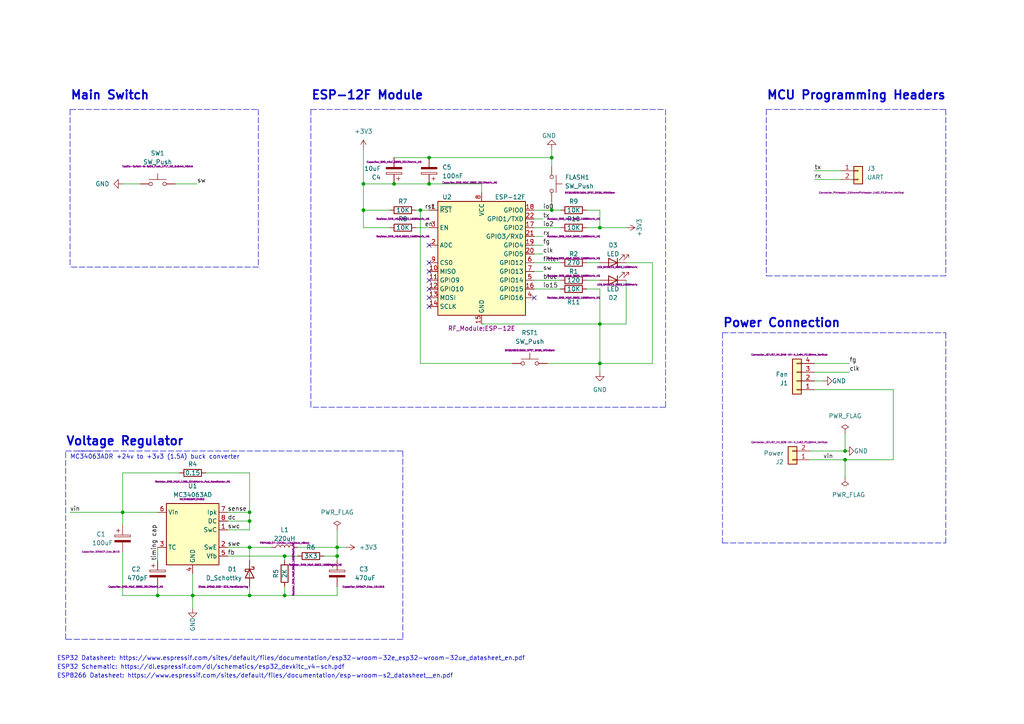
<source format=kicad_sch>
(kicad_sch (version 20211123) (generator eeschema)

  (uuid 3853c195-75c7-4a42-bd0b-7e571b2a78fa)

  (paper "A4")

  (title_block
    (title "Smart Air Purifier - Uppatvind")
    (date "2023-03-14")
    (rev "1.2")
    (company "Created by Gergo Horvath")
    (comment 1 "Open Source Hardware")
    (comment 2 "Smart controller for IKEA Uppatvind Air Purifiers")
  )

  (lib_symbols
    (symbol "Connector_Generic:Conn_01x02" (pin_names (offset 1.016) hide) (in_bom yes) (on_board yes)
      (property "Reference" "J" (id 0) (at 0 2.54 0)
        (effects (font (size 1.27 1.27)))
      )
      (property "Value" "Conn_01x02" (id 1) (at 0 -5.08 0)
        (effects (font (size 1.27 1.27)))
      )
      (property "Footprint" "" (id 2) (at 0 0 0)
        (effects (font (size 1.27 1.27)) hide)
      )
      (property "Datasheet" "~" (id 3) (at 0 0 0)
        (effects (font (size 1.27 1.27)) hide)
      )
      (property "ki_keywords" "connector" (id 4) (at 0 0 0)
        (effects (font (size 1.27 1.27)) hide)
      )
      (property "ki_description" "Generic connector, single row, 01x02, script generated (kicad-library-utils/schlib/autogen/connector/)" (id 5) (at 0 0 0)
        (effects (font (size 1.27 1.27)) hide)
      )
      (property "ki_fp_filters" "Connector*:*_1x??_*" (id 6) (at 0 0 0)
        (effects (font (size 1.27 1.27)) hide)
      )
      (symbol "Conn_01x02_1_1"
        (rectangle (start -1.27 -2.413) (end 0 -2.667)
          (stroke (width 0.1524) (type default) (color 0 0 0 0))
          (fill (type none))
        )
        (rectangle (start -1.27 0.127) (end 0 -0.127)
          (stroke (width 0.1524) (type default) (color 0 0 0 0))
          (fill (type none))
        )
        (rectangle (start -1.27 1.27) (end 1.27 -3.81)
          (stroke (width 0.254) (type default) (color 0 0 0 0))
          (fill (type background))
        )
        (pin passive line (at -5.08 0 0) (length 3.81)
          (name "Pin_1" (effects (font (size 1.27 1.27))))
          (number "1" (effects (font (size 1.27 1.27))))
        )
        (pin passive line (at -5.08 -2.54 0) (length 3.81)
          (name "Pin_2" (effects (font (size 1.27 1.27))))
          (number "2" (effects (font (size 1.27 1.27))))
        )
      )
    )
    (symbol "Connector_Generic:Conn_01x04" (pin_names (offset 1.016) hide) (in_bom yes) (on_board yes)
      (property "Reference" "J" (id 0) (at 0 5.08 0)
        (effects (font (size 1.27 1.27)))
      )
      (property "Value" "Conn_01x04" (id 1) (at 0 -7.62 0)
        (effects (font (size 1.27 1.27)))
      )
      (property "Footprint" "" (id 2) (at 0 0 0)
        (effects (font (size 1.27 1.27)) hide)
      )
      (property "Datasheet" "~" (id 3) (at 0 0 0)
        (effects (font (size 1.27 1.27)) hide)
      )
      (property "ki_keywords" "connector" (id 4) (at 0 0 0)
        (effects (font (size 1.27 1.27)) hide)
      )
      (property "ki_description" "Generic connector, single row, 01x04, script generated (kicad-library-utils/schlib/autogen/connector/)" (id 5) (at 0 0 0)
        (effects (font (size 1.27 1.27)) hide)
      )
      (property "ki_fp_filters" "Connector*:*_1x??_*" (id 6) (at 0 0 0)
        (effects (font (size 1.27 1.27)) hide)
      )
      (symbol "Conn_01x04_1_1"
        (rectangle (start -1.27 -4.953) (end 0 -5.207)
          (stroke (width 0.1524) (type default) (color 0 0 0 0))
          (fill (type none))
        )
        (rectangle (start -1.27 -2.413) (end 0 -2.667)
          (stroke (width 0.1524) (type default) (color 0 0 0 0))
          (fill (type none))
        )
        (rectangle (start -1.27 0.127) (end 0 -0.127)
          (stroke (width 0.1524) (type default) (color 0 0 0 0))
          (fill (type none))
        )
        (rectangle (start -1.27 2.667) (end 0 2.413)
          (stroke (width 0.1524) (type default) (color 0 0 0 0))
          (fill (type none))
        )
        (rectangle (start -1.27 3.81) (end 1.27 -6.35)
          (stroke (width 0.254) (type default) (color 0 0 0 0))
          (fill (type background))
        )
        (pin passive line (at -5.08 2.54 0) (length 3.81)
          (name "Pin_1" (effects (font (size 1.27 1.27))))
          (number "1" (effects (font (size 1.27 1.27))))
        )
        (pin passive line (at -5.08 0 0) (length 3.81)
          (name "Pin_2" (effects (font (size 1.27 1.27))))
          (number "2" (effects (font (size 1.27 1.27))))
        )
        (pin passive line (at -5.08 -2.54 0) (length 3.81)
          (name "Pin_3" (effects (font (size 1.27 1.27))))
          (number "3" (effects (font (size 1.27 1.27))))
        )
        (pin passive line (at -5.08 -5.08 0) (length 3.81)
          (name "Pin_4" (effects (font (size 1.27 1.27))))
          (number "4" (effects (font (size 1.27 1.27))))
        )
      )
    )
    (symbol "Device:C_Polarized" (pin_numbers hide) (pin_names (offset 0.254)) (in_bom yes) (on_board yes)
      (property "Reference" "C" (id 0) (at 0.635 2.54 0)
        (effects (font (size 1.27 1.27)) (justify left))
      )
      (property "Value" "C_Polarized" (id 1) (at 0.635 -2.54 0)
        (effects (font (size 1.27 1.27)) (justify left))
      )
      (property "Footprint" "" (id 2) (at 0.9652 -3.81 0)
        (effects (font (size 1.27 1.27)) hide)
      )
      (property "Datasheet" "~" (id 3) (at 0 0 0)
        (effects (font (size 1.27 1.27)) hide)
      )
      (property "ki_keywords" "cap capacitor" (id 4) (at 0 0 0)
        (effects (font (size 1.27 1.27)) hide)
      )
      (property "ki_description" "Polarized capacitor" (id 5) (at 0 0 0)
        (effects (font (size 1.27 1.27)) hide)
      )
      (property "ki_fp_filters" "CP_*" (id 6) (at 0 0 0)
        (effects (font (size 1.27 1.27)) hide)
      )
      (symbol "C_Polarized_0_1"
        (rectangle (start -2.286 0.508) (end 2.286 1.016)
          (stroke (width 0) (type default) (color 0 0 0 0))
          (fill (type none))
        )
        (polyline
          (pts
            (xy -1.778 2.286)
            (xy -0.762 2.286)
          )
          (stroke (width 0) (type default) (color 0 0 0 0))
          (fill (type none))
        )
        (polyline
          (pts
            (xy -1.27 2.794)
            (xy -1.27 1.778)
          )
          (stroke (width 0) (type default) (color 0 0 0 0))
          (fill (type none))
        )
        (rectangle (start 2.286 -0.508) (end -2.286 -1.016)
          (stroke (width 0) (type default) (color 0 0 0 0))
          (fill (type outline))
        )
      )
      (symbol "C_Polarized_1_1"
        (pin passive line (at 0 3.81 270) (length 2.794)
          (name "~" (effects (font (size 1.27 1.27))))
          (number "1" (effects (font (size 1.27 1.27))))
        )
        (pin passive line (at 0 -3.81 90) (length 2.794)
          (name "~" (effects (font (size 1.27 1.27))))
          (number "2" (effects (font (size 1.27 1.27))))
        )
      )
    )
    (symbol "Device:D_Schottky" (pin_numbers hide) (pin_names (offset 1.016) hide) (in_bom yes) (on_board yes)
      (property "Reference" "D" (id 0) (at 0 2.54 0)
        (effects (font (size 1.27 1.27)))
      )
      (property "Value" "D_Schottky" (id 1) (at 0 -2.54 0)
        (effects (font (size 1.27 1.27)))
      )
      (property "Footprint" "" (id 2) (at 0 0 0)
        (effects (font (size 1.27 1.27)) hide)
      )
      (property "Datasheet" "~" (id 3) (at 0 0 0)
        (effects (font (size 1.27 1.27)) hide)
      )
      (property "ki_keywords" "diode Schottky" (id 4) (at 0 0 0)
        (effects (font (size 1.27 1.27)) hide)
      )
      (property "ki_description" "Schottky diode" (id 5) (at 0 0 0)
        (effects (font (size 1.27 1.27)) hide)
      )
      (property "ki_fp_filters" "TO-???* *_Diode_* *SingleDiode* D_*" (id 6) (at 0 0 0)
        (effects (font (size 1.27 1.27)) hide)
      )
      (symbol "D_Schottky_0_1"
        (polyline
          (pts
            (xy 1.27 0)
            (xy -1.27 0)
          )
          (stroke (width 0) (type default) (color 0 0 0 0))
          (fill (type none))
        )
        (polyline
          (pts
            (xy 1.27 1.27)
            (xy 1.27 -1.27)
            (xy -1.27 0)
            (xy 1.27 1.27)
          )
          (stroke (width 0.254) (type default) (color 0 0 0 0))
          (fill (type none))
        )
        (polyline
          (pts
            (xy -1.905 0.635)
            (xy -1.905 1.27)
            (xy -1.27 1.27)
            (xy -1.27 -1.27)
            (xy -0.635 -1.27)
            (xy -0.635 -0.635)
          )
          (stroke (width 0.254) (type default) (color 0 0 0 0))
          (fill (type none))
        )
      )
      (symbol "D_Schottky_1_1"
        (pin passive line (at -3.81 0 0) (length 2.54)
          (name "K" (effects (font (size 1.27 1.27))))
          (number "1" (effects (font (size 1.27 1.27))))
        )
        (pin passive line (at 3.81 0 180) (length 2.54)
          (name "A" (effects (font (size 1.27 1.27))))
          (number "2" (effects (font (size 1.27 1.27))))
        )
      )
    )
    (symbol "Device:L" (pin_numbers hide) (pin_names (offset 1.016) hide) (in_bom yes) (on_board yes)
      (property "Reference" "L" (id 0) (at -1.27 0 90)
        (effects (font (size 1.27 1.27)))
      )
      (property "Value" "L" (id 1) (at 1.905 0 90)
        (effects (font (size 1.27 1.27)))
      )
      (property "Footprint" "" (id 2) (at 0 0 0)
        (effects (font (size 1.27 1.27)) hide)
      )
      (property "Datasheet" "~" (id 3) (at 0 0 0)
        (effects (font (size 1.27 1.27)) hide)
      )
      (property "ki_keywords" "inductor choke coil reactor magnetic" (id 4) (at 0 0 0)
        (effects (font (size 1.27 1.27)) hide)
      )
      (property "ki_description" "Inductor" (id 5) (at 0 0 0)
        (effects (font (size 1.27 1.27)) hide)
      )
      (property "ki_fp_filters" "Choke_* *Coil* Inductor_* L_*" (id 6) (at 0 0 0)
        (effects (font (size 1.27 1.27)) hide)
      )
      (symbol "L_0_1"
        (arc (start 0 -2.54) (mid 0.635 -1.905) (end 0 -1.27)
          (stroke (width 0) (type default) (color 0 0 0 0))
          (fill (type none))
        )
        (arc (start 0 -1.27) (mid 0.635 -0.635) (end 0 0)
          (stroke (width 0) (type default) (color 0 0 0 0))
          (fill (type none))
        )
        (arc (start 0 0) (mid 0.635 0.635) (end 0 1.27)
          (stroke (width 0) (type default) (color 0 0 0 0))
          (fill (type none))
        )
        (arc (start 0 1.27) (mid 0.635 1.905) (end 0 2.54)
          (stroke (width 0) (type default) (color 0 0 0 0))
          (fill (type none))
        )
      )
      (symbol "L_1_1"
        (pin passive line (at 0 3.81 270) (length 1.27)
          (name "1" (effects (font (size 1.27 1.27))))
          (number "1" (effects (font (size 1.27 1.27))))
        )
        (pin passive line (at 0 -3.81 90) (length 1.27)
          (name "2" (effects (font (size 1.27 1.27))))
          (number "2" (effects (font (size 1.27 1.27))))
        )
      )
    )
    (symbol "Device:LED" (pin_numbers hide) (pin_names (offset 1.016) hide) (in_bom yes) (on_board yes)
      (property "Reference" "D" (id 0) (at 0 2.54 0)
        (effects (font (size 1.27 1.27)))
      )
      (property "Value" "LED" (id 1) (at 0 -2.54 0)
        (effects (font (size 1.27 1.27)))
      )
      (property "Footprint" "" (id 2) (at 0 0 0)
        (effects (font (size 1.27 1.27)) hide)
      )
      (property "Datasheet" "~" (id 3) (at 0 0 0)
        (effects (font (size 1.27 1.27)) hide)
      )
      (property "ki_keywords" "LED diode" (id 4) (at 0 0 0)
        (effects (font (size 1.27 1.27)) hide)
      )
      (property "ki_description" "Light emitting diode" (id 5) (at 0 0 0)
        (effects (font (size 1.27 1.27)) hide)
      )
      (property "ki_fp_filters" "LED* LED_SMD:* LED_THT:*" (id 6) (at 0 0 0)
        (effects (font (size 1.27 1.27)) hide)
      )
      (symbol "LED_0_1"
        (polyline
          (pts
            (xy -1.27 -1.27)
            (xy -1.27 1.27)
          )
          (stroke (width 0.254) (type default) (color 0 0 0 0))
          (fill (type none))
        )
        (polyline
          (pts
            (xy -1.27 0)
            (xy 1.27 0)
          )
          (stroke (width 0) (type default) (color 0 0 0 0))
          (fill (type none))
        )
        (polyline
          (pts
            (xy 1.27 -1.27)
            (xy 1.27 1.27)
            (xy -1.27 0)
            (xy 1.27 -1.27)
          )
          (stroke (width 0.254) (type default) (color 0 0 0 0))
          (fill (type none))
        )
        (polyline
          (pts
            (xy -3.048 -0.762)
            (xy -4.572 -2.286)
            (xy -3.81 -2.286)
            (xy -4.572 -2.286)
            (xy -4.572 -1.524)
          )
          (stroke (width 0) (type default) (color 0 0 0 0))
          (fill (type none))
        )
        (polyline
          (pts
            (xy -1.778 -0.762)
            (xy -3.302 -2.286)
            (xy -2.54 -2.286)
            (xy -3.302 -2.286)
            (xy -3.302 -1.524)
          )
          (stroke (width 0) (type default) (color 0 0 0 0))
          (fill (type none))
        )
      )
      (symbol "LED_1_1"
        (pin passive line (at -3.81 0 0) (length 2.54)
          (name "K" (effects (font (size 1.27 1.27))))
          (number "1" (effects (font (size 1.27 1.27))))
        )
        (pin passive line (at 3.81 0 180) (length 2.54)
          (name "A" (effects (font (size 1.27 1.27))))
          (number "2" (effects (font (size 1.27 1.27))))
        )
      )
    )
    (symbol "Device:R" (pin_numbers hide) (pin_names (offset 0)) (in_bom yes) (on_board yes)
      (property "Reference" "R" (id 0) (at 2.032 0 90)
        (effects (font (size 1.27 1.27)))
      )
      (property "Value" "R" (id 1) (at 0 0 90)
        (effects (font (size 1.27 1.27)))
      )
      (property "Footprint" "" (id 2) (at -1.778 0 90)
        (effects (font (size 1.27 1.27)) hide)
      )
      (property "Datasheet" "~" (id 3) (at 0 0 0)
        (effects (font (size 1.27 1.27)) hide)
      )
      (property "ki_keywords" "R res resistor" (id 4) (at 0 0 0)
        (effects (font (size 1.27 1.27)) hide)
      )
      (property "ki_description" "Resistor" (id 5) (at 0 0 0)
        (effects (font (size 1.27 1.27)) hide)
      )
      (property "ki_fp_filters" "R_*" (id 6) (at 0 0 0)
        (effects (font (size 1.27 1.27)) hide)
      )
      (symbol "R_0_1"
        (rectangle (start -1.016 -2.54) (end 1.016 2.54)
          (stroke (width 0.254) (type default) (color 0 0 0 0))
          (fill (type none))
        )
      )
      (symbol "R_1_1"
        (pin passive line (at 0 3.81 270) (length 1.27)
          (name "~" (effects (font (size 1.27 1.27))))
          (number "1" (effects (font (size 1.27 1.27))))
        )
        (pin passive line (at 0 -3.81 90) (length 1.27)
          (name "~" (effects (font (size 1.27 1.27))))
          (number "2" (effects (font (size 1.27 1.27))))
        )
      )
    )
    (symbol "RF_Module:ESP-12F" (in_bom yes) (on_board yes)
      (property "Reference" "U" (id 0) (at -12.7 19.05 0)
        (effects (font (size 1.27 1.27)) (justify left))
      )
      (property "Value" "ESP-12F" (id 1) (at 12.7 19.05 0)
        (effects (font (size 1.27 1.27)) (justify right))
      )
      (property "Footprint" "RF_Module:ESP-12E" (id 2) (at 0 0 0)
        (effects (font (size 1.27 1.27)) hide)
      )
      (property "Datasheet" "http://wiki.ai-thinker.com/_media/esp8266/esp8266_series_modules_user_manual_v1.1.pdf" (id 3) (at -8.89 2.54 0)
        (effects (font (size 1.27 1.27)) hide)
      )
      (property "ki_keywords" "802.11 Wi-Fi" (id 4) (at 0 0 0)
        (effects (font (size 1.27 1.27)) hide)
      )
      (property "ki_description" "802.11 b/g/n Wi-Fi Module" (id 5) (at 0 0 0)
        (effects (font (size 1.27 1.27)) hide)
      )
      (property "ki_fp_filters" "ESP?12*" (id 6) (at 0 0 0)
        (effects (font (size 1.27 1.27)) hide)
      )
      (symbol "ESP-12F_0_1"
        (rectangle (start -12.7 17.78) (end 12.7 -15.24)
          (stroke (width 0.254) (type default) (color 0 0 0 0))
          (fill (type background))
        )
      )
      (symbol "ESP-12F_1_1"
        (pin input line (at -15.24 15.24 0) (length 2.54)
          (name "~{RST}" (effects (font (size 1.27 1.27))))
          (number "1" (effects (font (size 1.27 1.27))))
        )
        (pin bidirectional line (at -15.24 -2.54 0) (length 2.54)
          (name "MISO" (effects (font (size 1.27 1.27))))
          (number "10" (effects (font (size 1.27 1.27))))
        )
        (pin bidirectional line (at -15.24 -5.08 0) (length 2.54)
          (name "GPIO9" (effects (font (size 1.27 1.27))))
          (number "11" (effects (font (size 1.27 1.27))))
        )
        (pin bidirectional line (at -15.24 -7.62 0) (length 2.54)
          (name "GPIO10" (effects (font (size 1.27 1.27))))
          (number "12" (effects (font (size 1.27 1.27))))
        )
        (pin bidirectional line (at -15.24 -10.16 0) (length 2.54)
          (name "MOSI" (effects (font (size 1.27 1.27))))
          (number "13" (effects (font (size 1.27 1.27))))
        )
        (pin bidirectional line (at -15.24 -12.7 0) (length 2.54)
          (name "SCLK" (effects (font (size 1.27 1.27))))
          (number "14" (effects (font (size 1.27 1.27))))
        )
        (pin power_in line (at 0 -17.78 90) (length 2.54)
          (name "GND" (effects (font (size 1.27 1.27))))
          (number "15" (effects (font (size 1.27 1.27))))
        )
        (pin bidirectional line (at 15.24 -7.62 180) (length 2.54)
          (name "GPIO15" (effects (font (size 1.27 1.27))))
          (number "16" (effects (font (size 1.27 1.27))))
        )
        (pin bidirectional line (at 15.24 10.16 180) (length 2.54)
          (name "GPIO2" (effects (font (size 1.27 1.27))))
          (number "17" (effects (font (size 1.27 1.27))))
        )
        (pin bidirectional line (at 15.24 15.24 180) (length 2.54)
          (name "GPIO0" (effects (font (size 1.27 1.27))))
          (number "18" (effects (font (size 1.27 1.27))))
        )
        (pin bidirectional line (at 15.24 5.08 180) (length 2.54)
          (name "GPIO4" (effects (font (size 1.27 1.27))))
          (number "19" (effects (font (size 1.27 1.27))))
        )
        (pin input line (at -15.24 5.08 0) (length 2.54)
          (name "ADC" (effects (font (size 1.27 1.27))))
          (number "2" (effects (font (size 1.27 1.27))))
        )
        (pin bidirectional line (at 15.24 2.54 180) (length 2.54)
          (name "GPIO5" (effects (font (size 1.27 1.27))))
          (number "20" (effects (font (size 1.27 1.27))))
        )
        (pin bidirectional line (at 15.24 7.62 180) (length 2.54)
          (name "GPIO3/RXD" (effects (font (size 1.27 1.27))))
          (number "21" (effects (font (size 1.27 1.27))))
        )
        (pin bidirectional line (at 15.24 12.7 180) (length 2.54)
          (name "GPIO1/TXD" (effects (font (size 1.27 1.27))))
          (number "22" (effects (font (size 1.27 1.27))))
        )
        (pin input line (at -15.24 10.16 0) (length 2.54)
          (name "EN" (effects (font (size 1.27 1.27))))
          (number "3" (effects (font (size 1.27 1.27))))
        )
        (pin bidirectional line (at 15.24 -10.16 180) (length 2.54)
          (name "GPIO16" (effects (font (size 1.27 1.27))))
          (number "4" (effects (font (size 1.27 1.27))))
        )
        (pin bidirectional line (at 15.24 -5.08 180) (length 2.54)
          (name "GPIO14" (effects (font (size 1.27 1.27))))
          (number "5" (effects (font (size 1.27 1.27))))
        )
        (pin bidirectional line (at 15.24 0 180) (length 2.54)
          (name "GPIO12" (effects (font (size 1.27 1.27))))
          (number "6" (effects (font (size 1.27 1.27))))
        )
        (pin bidirectional line (at 15.24 -2.54 180) (length 2.54)
          (name "GPIO13" (effects (font (size 1.27 1.27))))
          (number "7" (effects (font (size 1.27 1.27))))
        )
        (pin power_in line (at 0 20.32 270) (length 2.54)
          (name "VCC" (effects (font (size 1.27 1.27))))
          (number "8" (effects (font (size 1.27 1.27))))
        )
        (pin input line (at -15.24 0 0) (length 2.54)
          (name "CS0" (effects (font (size 1.27 1.27))))
          (number "9" (effects (font (size 1.27 1.27))))
        )
      )
    )
    (symbol "Regulator_Switching:MC34063AD" (in_bom yes) (on_board yes)
      (property "Reference" "U" (id 0) (at -7.62 8.89 0)
        (effects (font (size 1.27 1.27)) (justify left))
      )
      (property "Value" "MC34063AD" (id 1) (at 0 8.89 0)
        (effects (font (size 1.27 1.27)) (justify left))
      )
      (property "Footprint" "Package_SO:SOIC-8_3.9x4.9mm_P1.27mm" (id 2) (at 1.27 -11.43 0)
        (effects (font (size 1.27 1.27)) (justify left) hide)
      )
      (property "Datasheet" "http://www.onsemi.com/pub_link/Collateral/MC34063A-D.PDF" (id 3) (at 12.7 -2.54 0)
        (effects (font (size 1.27 1.27)) hide)
      )
      (property "ki_keywords" "smps buck boost inverting" (id 4) (at 0 0 0)
        (effects (font (size 1.27 1.27)) hide)
      )
      (property "ki_description" "1.5A, step-up/down/inverting switching regulator, 3-40V Vin, 100kHz, SO-8" (id 5) (at 0 0 0)
        (effects (font (size 1.27 1.27)) hide)
      )
      (property "ki_fp_filters" "SOIC*3.9x4.9mm*P1.27mm*" (id 6) (at 0 0 0)
        (effects (font (size 1.27 1.27)) hide)
      )
      (symbol "MC34063AD_0_1"
        (rectangle (start -7.62 7.62) (end 7.62 -10.16)
          (stroke (width 0.254) (type default) (color 0 0 0 0))
          (fill (type background))
        )
      )
      (symbol "MC34063AD_1_1"
        (pin open_collector line (at 10.16 0 180) (length 2.54)
          (name "SwC" (effects (font (size 1.27 1.27))))
          (number "1" (effects (font (size 1.27 1.27))))
        )
        (pin open_emitter line (at 10.16 -5.08 180) (length 2.54)
          (name "SwE" (effects (font (size 1.27 1.27))))
          (number "2" (effects (font (size 1.27 1.27))))
        )
        (pin passive line (at -10.16 -5.08 0) (length 2.54)
          (name "TC" (effects (font (size 1.27 1.27))))
          (number "3" (effects (font (size 1.27 1.27))))
        )
        (pin power_in line (at 0 -12.7 90) (length 2.54)
          (name "GND" (effects (font (size 1.27 1.27))))
          (number "4" (effects (font (size 1.27 1.27))))
        )
        (pin input line (at 10.16 -7.62 180) (length 2.54)
          (name "Vfb" (effects (font (size 1.27 1.27))))
          (number "5" (effects (font (size 1.27 1.27))))
        )
        (pin power_in line (at -10.16 5.08 0) (length 2.54)
          (name "Vin" (effects (font (size 1.27 1.27))))
          (number "6" (effects (font (size 1.27 1.27))))
        )
        (pin input line (at 10.16 5.08 180) (length 2.54)
          (name "Ipk" (effects (font (size 1.27 1.27))))
          (number "7" (effects (font (size 1.27 1.27))))
        )
        (pin open_collector line (at 10.16 2.54 180) (length 2.54)
          (name "DC" (effects (font (size 1.27 1.27))))
          (number "8" (effects (font (size 1.27 1.27))))
        )
      )
    )
    (symbol "Switch:SW_Push" (pin_numbers hide) (pin_names (offset 1.016) hide) (in_bom yes) (on_board yes)
      (property "Reference" "SW" (id 0) (at 1.27 2.54 0)
        (effects (font (size 1.27 1.27)) (justify left))
      )
      (property "Value" "SW_Push" (id 1) (at 0 -1.524 0)
        (effects (font (size 1.27 1.27)))
      )
      (property "Footprint" "" (id 2) (at 0 5.08 0)
        (effects (font (size 1.27 1.27)) hide)
      )
      (property "Datasheet" "~" (id 3) (at 0 5.08 0)
        (effects (font (size 1.27 1.27)) hide)
      )
      (property "ki_keywords" "switch normally-open pushbutton push-button" (id 4) (at 0 0 0)
        (effects (font (size 1.27 1.27)) hide)
      )
      (property "ki_description" "Push button switch, generic, two pins" (id 5) (at 0 0 0)
        (effects (font (size 1.27 1.27)) hide)
      )
      (symbol "SW_Push_0_1"
        (circle (center -2.032 0) (radius 0.508)
          (stroke (width 0) (type default) (color 0 0 0 0))
          (fill (type none))
        )
        (polyline
          (pts
            (xy 0 1.27)
            (xy 0 3.048)
          )
          (stroke (width 0) (type default) (color 0 0 0 0))
          (fill (type none))
        )
        (polyline
          (pts
            (xy 2.54 1.27)
            (xy -2.54 1.27)
          )
          (stroke (width 0) (type default) (color 0 0 0 0))
          (fill (type none))
        )
        (circle (center 2.032 0) (radius 0.508)
          (stroke (width 0) (type default) (color 0 0 0 0))
          (fill (type none))
        )
        (pin passive line (at -5.08 0 0) (length 2.54)
          (name "1" (effects (font (size 1.27 1.27))))
          (number "1" (effects (font (size 1.27 1.27))))
        )
        (pin passive line (at 5.08 0 180) (length 2.54)
          (name "2" (effects (font (size 1.27 1.27))))
          (number "2" (effects (font (size 1.27 1.27))))
        )
      )
    )
    (symbol "power:+3V3" (power) (pin_names (offset 0)) (in_bom yes) (on_board yes)
      (property "Reference" "#PWR" (id 0) (at 0 -3.81 0)
        (effects (font (size 1.27 1.27)) hide)
      )
      (property "Value" "+3V3" (id 1) (at 0 3.556 0)
        (effects (font (size 1.27 1.27)))
      )
      (property "Footprint" "" (id 2) (at 0 0 0)
        (effects (font (size 1.27 1.27)) hide)
      )
      (property "Datasheet" "" (id 3) (at 0 0 0)
        (effects (font (size 1.27 1.27)) hide)
      )
      (property "ki_keywords" "power-flag" (id 4) (at 0 0 0)
        (effects (font (size 1.27 1.27)) hide)
      )
      (property "ki_description" "Power symbol creates a global label with name \"+3V3\"" (id 5) (at 0 0 0)
        (effects (font (size 1.27 1.27)) hide)
      )
      (symbol "+3V3_0_1"
        (polyline
          (pts
            (xy -0.762 1.27)
            (xy 0 2.54)
          )
          (stroke (width 0) (type default) (color 0 0 0 0))
          (fill (type none))
        )
        (polyline
          (pts
            (xy 0 0)
            (xy 0 2.54)
          )
          (stroke (width 0) (type default) (color 0 0 0 0))
          (fill (type none))
        )
        (polyline
          (pts
            (xy 0 2.54)
            (xy 0.762 1.27)
          )
          (stroke (width 0) (type default) (color 0 0 0 0))
          (fill (type none))
        )
      )
      (symbol "+3V3_1_1"
        (pin power_in line (at 0 0 90) (length 0) hide
          (name "+3V3" (effects (font (size 1.27 1.27))))
          (number "1" (effects (font (size 1.27 1.27))))
        )
      )
    )
    (symbol "power:GND" (power) (pin_names (offset 0)) (in_bom yes) (on_board yes)
      (property "Reference" "#PWR" (id 0) (at 0 -6.35 0)
        (effects (font (size 1.27 1.27)) hide)
      )
      (property "Value" "GND" (id 1) (at 0 -3.81 0)
        (effects (font (size 1.27 1.27)))
      )
      (property "Footprint" "" (id 2) (at 0 0 0)
        (effects (font (size 1.27 1.27)) hide)
      )
      (property "Datasheet" "" (id 3) (at 0 0 0)
        (effects (font (size 1.27 1.27)) hide)
      )
      (property "ki_keywords" "power-flag" (id 4) (at 0 0 0)
        (effects (font (size 1.27 1.27)) hide)
      )
      (property "ki_description" "Power symbol creates a global label with name \"GND\" , ground" (id 5) (at 0 0 0)
        (effects (font (size 1.27 1.27)) hide)
      )
      (symbol "GND_0_1"
        (polyline
          (pts
            (xy 0 0)
            (xy 0 -1.27)
            (xy 1.27 -1.27)
            (xy 0 -2.54)
            (xy -1.27 -1.27)
            (xy 0 -1.27)
          )
          (stroke (width 0) (type default) (color 0 0 0 0))
          (fill (type none))
        )
      )
      (symbol "GND_1_1"
        (pin power_in line (at 0 0 270) (length 0) hide
          (name "GND" (effects (font (size 1.27 1.27))))
          (number "1" (effects (font (size 1.27 1.27))))
        )
      )
    )
    (symbol "power:PWR_FLAG" (power) (pin_numbers hide) (pin_names (offset 0) hide) (in_bom yes) (on_board yes)
      (property "Reference" "#FLG" (id 0) (at 0 1.905 0)
        (effects (font (size 1.27 1.27)) hide)
      )
      (property "Value" "PWR_FLAG" (id 1) (at 0 3.81 0)
        (effects (font (size 1.27 1.27)))
      )
      (property "Footprint" "" (id 2) (at 0 0 0)
        (effects (font (size 1.27 1.27)) hide)
      )
      (property "Datasheet" "~" (id 3) (at 0 0 0)
        (effects (font (size 1.27 1.27)) hide)
      )
      (property "ki_keywords" "power-flag" (id 4) (at 0 0 0)
        (effects (font (size 1.27 1.27)) hide)
      )
      (property "ki_description" "Special symbol for telling ERC where power comes from" (id 5) (at 0 0 0)
        (effects (font (size 1.27 1.27)) hide)
      )
      (symbol "PWR_FLAG_0_0"
        (pin power_out line (at 0 0 90) (length 0)
          (name "pwr" (effects (font (size 1.27 1.27))))
          (number "1" (effects (font (size 1.27 1.27))))
        )
      )
      (symbol "PWR_FLAG_0_1"
        (polyline
          (pts
            (xy 0 0)
            (xy 0 1.27)
            (xy -1.016 1.905)
            (xy 0 2.54)
            (xy 1.016 1.905)
            (xy 0 1.27)
          )
          (stroke (width 0) (type default) (color 0 0 0 0))
          (fill (type none))
        )
      )
    )
  )


  (junction (at 160.02 45.72) (diameter 0) (color 0 0 0 0)
    (uuid 01d2578d-5a59-4eb0-84fa-d7739e8726cc)
  )
  (junction (at 45.72 172.72) (diameter 0) (color 0 0 0 0)
    (uuid 0acd6817-5bd5-4b3f-abcf-36da0047a6ae)
  )
  (junction (at 124.46 53.34) (diameter 0) (color 0 0 0 0)
    (uuid 0d4b021d-4f8f-44a9-80f9-a546b736b074)
  )
  (junction (at 72.39 148.59) (diameter 0) (color 0 0 0 0)
    (uuid 1cc1e893-7264-4ef0-bb05-258e9f1aa4db)
  )
  (junction (at 82.55 161.29) (diameter 0) (color 0 0 0 0)
    (uuid 2aec2c21-4ff5-47c3-851a-9cac5bba9bc4)
  )
  (junction (at 82.55 172.72) (diameter 0) (color 0 0 0 0)
    (uuid 4f2c278a-d965-44b3-a307-bab5a990cb83)
  )
  (junction (at 173.99 105.41) (diameter 0) (color 0 0 0 0)
    (uuid 5c36c3dd-402a-4f48-b0bc-e68d13c6c515)
  )
  (junction (at 72.39 172.72) (diameter 0) (color 0 0 0 0)
    (uuid 5f00a5e2-f553-4949-bd8d-64c6dc09a3f3)
  )
  (junction (at 160.02 60.96) (diameter 0) (color 0 0 0 0)
    (uuid 75665065-9652-4fc2-81b4-1c2b421c4001)
  )
  (junction (at 245.11 130.81) (diameter 0) (color 0 0 0 0)
    (uuid 8ccffbd4-ef3f-431c-8939-a44fb343f808)
  )
  (junction (at 121.92 60.96) (diameter 0) (color 0 0 0 0)
    (uuid a4837323-d24f-45e0-9474-097aa2775851)
  )
  (junction (at 55.88 172.72) (diameter 0) (color 0 0 0 0)
    (uuid a622689c-3e57-4fde-8447-fc4948022a3f)
  )
  (junction (at 105.41 60.96) (diameter 0) (color 0 0 0 0)
    (uuid a6a53c02-d330-4827-8ad0-3289d0c755fd)
  )
  (junction (at 173.99 66.04) (diameter 0) (color 0 0 0 0)
    (uuid a6c7bf72-5201-481c-a51d-b5bc3b0b15a6)
  )
  (junction (at 245.11 133.35) (diameter 0) (color 0 0 0 0)
    (uuid aaa4a806-07c1-47a1-b6eb-877967758781)
  )
  (junction (at 97.79 161.29) (diameter 0) (color 0 0 0 0)
    (uuid b290c6fe-b853-40c6-be0a-a80177c89201)
  )
  (junction (at 72.39 158.75) (diameter 0) (color 0 0 0 0)
    (uuid c6112fc7-c1ea-41da-b68e-1e603f660a17)
  )
  (junction (at 105.41 53.34) (diameter 0) (color 0 0 0 0)
    (uuid d1f988d2-7f1c-4a4a-9c9e-bc1443d3b52e)
  )
  (junction (at 114.3 53.34) (diameter 0) (color 0 0 0 0)
    (uuid d917d2f8-1824-407b-abff-c77b9865e31d)
  )
  (junction (at 124.46 45.72) (diameter 0) (color 0 0 0 0)
    (uuid da8919b6-df49-42a9-a86b-d265e9006130)
  )
  (junction (at 35.56 148.59) (diameter 0) (color 0 0 0 0)
    (uuid df256913-cb68-4343-92d0-c679d6952795)
  )
  (junction (at 173.99 93.98) (diameter 0) (color 0 0 0 0)
    (uuid edc6f0d4-9280-4188-8e84-3e0ecef825f0)
  )
  (junction (at 97.79 158.75) (diameter 0) (color 0 0 0 0)
    (uuid f13d8a74-c499-469f-8ce0-dc2cb37846b6)
  )
  (junction (at 72.39 151.13) (diameter 0) (color 0 0 0 0)
    (uuid f159c35c-b877-40e3-be38-6e73a3b224b5)
  )

  (no_connect (at 124.46 83.82) (uuid 024935b2-fcde-4109-a63f-714c514440ec))
  (no_connect (at 154.94 86.36) (uuid 02686ca3-7200-4cda-a2fe-cdb7f5903ba2))
  (no_connect (at 124.46 81.28) (uuid 2a5d506c-eace-45fa-9a92-6fb544a64a15))
  (no_connect (at 124.46 76.2) (uuid 41ecc42a-892a-4a1b-a5b2-301d2d0999d0))
  (no_connect (at 124.46 88.9) (uuid 47fd5079-5d4f-4528-b670-3a15a817f76a))
  (no_connect (at 124.46 86.36) (uuid 7f24ec6d-20d7-4bcc-a860-7d0546d06dc4))
  (no_connect (at 124.46 78.74) (uuid 8849782e-cb72-4d40-84d3-cf976df0d9f0))
  (no_connect (at 124.46 71.12) (uuid ec088604-e6e4-4354-8a80-4f15bb450f5e))

  (wire (pts (xy 72.39 137.16) (xy 72.39 148.59))
    (stroke (width 0) (type default) (color 0 0 0 0))
    (uuid 00ab6857-babf-4139-ad93-d354b491a540)
  )
  (wire (pts (xy 236.22 113.03) (xy 259.08 113.03))
    (stroke (width 0) (type default) (color 0 0 0 0))
    (uuid 0433c618-568b-45b4-8905-1c18be2de254)
  )
  (wire (pts (xy 245.11 133.35) (xy 245.11 138.43))
    (stroke (width 0) (type default) (color 0 0 0 0))
    (uuid 0450d867-eb42-4b75-a3e7-64e299bd1b05)
  )
  (wire (pts (xy 72.39 153.67) (xy 66.04 153.67))
    (stroke (width 0) (type default) (color 0 0 0 0))
    (uuid 0582e556-5113-4291-8351-d839826a4db8)
  )
  (wire (pts (xy 170.18 76.2) (xy 173.99 76.2))
    (stroke (width 0) (type default) (color 0 0 0 0))
    (uuid 071c2299-3d7a-4706-87e0-8091931c8c96)
  )
  (wire (pts (xy 105.41 60.96) (xy 113.03 60.96))
    (stroke (width 0) (type default) (color 0 0 0 0))
    (uuid 08b7a5d9-01b8-4fb7-b3df-db0468948edf)
  )
  (wire (pts (xy 105.41 53.34) (xy 105.41 60.96))
    (stroke (width 0) (type default) (color 0 0 0 0))
    (uuid 0941568b-17f5-49b6-9ca3-ab8e0df086aa)
  )
  (wire (pts (xy 173.99 107.95) (xy 173.99 105.41))
    (stroke (width 0) (type default) (color 0 0 0 0))
    (uuid 0a68bf85-f48c-41d0-8324-4643942d1c76)
  )
  (wire (pts (xy 113.03 66.04) (xy 105.41 66.04))
    (stroke (width 0) (type default) (color 0 0 0 0))
    (uuid 0c7061a3-594e-4109-837b-eca53760bebd)
  )
  (polyline (pts (xy 90.17 31.75) (xy 193.04 31.75))
    (stroke (width 0) (type default) (color 0 0 0 0))
    (uuid 0cef2fdd-0eb2-4931-9286-ffad3631e519)
  )

  (wire (pts (xy 154.94 78.74) (xy 157.48 78.74))
    (stroke (width 0) (type default) (color 0 0 0 0))
    (uuid 0f89a113-7bdf-4def-b386-372e3419a4f8)
  )
  (wire (pts (xy 139.7 53.34) (xy 139.7 55.88))
    (stroke (width 0) (type default) (color 0 0 0 0))
    (uuid 1331aebb-fce9-4a43-9483-96bbecd1c643)
  )
  (wire (pts (xy 35.56 53.34) (xy 40.64 53.34))
    (stroke (width 0) (type default) (color 0 0 0 0))
    (uuid 15381df5-589d-448c-840e-cad9f8afbbe6)
  )
  (wire (pts (xy 158.75 105.41) (xy 173.99 105.41))
    (stroke (width 0) (type default) (color 0 0 0 0))
    (uuid 176ed424-1954-41ba-8539-a0b70f51c2df)
  )
  (wire (pts (xy 100.33 158.75) (xy 97.79 158.75))
    (stroke (width 0) (type default) (color 0 0 0 0))
    (uuid 17b63207-3fca-4f9b-9d72-015bca69c6e5)
  )
  (polyline (pts (xy 20.32 31.75) (xy 20.32 77.47))
    (stroke (width 0) (type default) (color 0 0 0 0))
    (uuid 18bd82f6-be3c-4360-90eb-2b4ce991bd53)
  )

  (wire (pts (xy 45.72 172.72) (xy 55.88 172.72))
    (stroke (width 0) (type default) (color 0 0 0 0))
    (uuid 1d956d48-9650-4020-8458-33342f8b354e)
  )
  (wire (pts (xy 173.99 66.04) (xy 181.61 66.04))
    (stroke (width 0) (type default) (color 0 0 0 0))
    (uuid 266d9dd2-253d-4854-ad20-8ca30d2a95a6)
  )
  (polyline (pts (xy 274.32 80.01) (xy 222.25 80.01))
    (stroke (width 0) (type default) (color 0 0 0 0))
    (uuid 285be05d-ac31-4645-8f6c-bc0ffe97097d)
  )

  (wire (pts (xy 154.94 60.96) (xy 160.02 60.96))
    (stroke (width 0) (type default) (color 0 0 0 0))
    (uuid 2a831545-0f4c-4608-ad5a-7e482dd290e2)
  )
  (wire (pts (xy 236.22 110.49) (xy 238.76 110.49))
    (stroke (width 0) (type default) (color 0 0 0 0))
    (uuid 2d4cc38d-54cc-4287-9f12-b365e163ea65)
  )
  (wire (pts (xy 97.79 161.29) (xy 97.79 162.56))
    (stroke (width 0) (type default) (color 0 0 0 0))
    (uuid 2de190c0-6a95-4203-a1b5-f3a2dcaaf001)
  )
  (wire (pts (xy 121.92 105.41) (xy 148.59 105.41))
    (stroke (width 0) (type default) (color 0 0 0 0))
    (uuid 30ed6591-058a-4ba9-9e0a-262f4de4a44f)
  )
  (wire (pts (xy 259.08 133.35) (xy 245.11 133.35))
    (stroke (width 0) (type default) (color 0 0 0 0))
    (uuid 314e584b-5780-40af-bad8-381e914c34a9)
  )
  (wire (pts (xy 160.02 43.18) (xy 160.02 45.72))
    (stroke (width 0) (type default) (color 0 0 0 0))
    (uuid 31d26da8-a472-45bd-a5ab-2708d550fc10)
  )
  (wire (pts (xy 154.94 76.2) (xy 162.56 76.2))
    (stroke (width 0) (type default) (color 0 0 0 0))
    (uuid 322e376e-4741-460a-bcd5-c4c4a583b7c7)
  )
  (wire (pts (xy 236.22 49.53) (xy 243.84 49.53))
    (stroke (width 0) (type default) (color 0 0 0 0))
    (uuid 34af292e-df41-42ad-bae7-ef1c4f5a5fef)
  )
  (wire (pts (xy 86.36 158.75) (xy 97.79 158.75))
    (stroke (width 0) (type default) (color 0 0 0 0))
    (uuid 35acead0-096d-451a-90cb-d7d577fd0b3d)
  )
  (wire (pts (xy 120.65 60.96) (xy 121.92 60.96))
    (stroke (width 0) (type default) (color 0 0 0 0))
    (uuid 37d1d3ff-35f9-4f32-9ee5-5a498c0ff453)
  )
  (wire (pts (xy 246.38 107.95) (xy 236.22 107.95))
    (stroke (width 0) (type default) (color 0 0 0 0))
    (uuid 38ecc7ff-bb2d-4083-ae73-73ce63bb2e2a)
  )
  (wire (pts (xy 154.94 63.5) (xy 157.48 63.5))
    (stroke (width 0) (type default) (color 0 0 0 0))
    (uuid 3dc8f27e-ad05-49bb-a64a-ec89bbd4ccc3)
  )
  (polyline (pts (xy 274.32 96.52) (xy 274.32 157.48))
    (stroke (width 0) (type default) (color 0 0 0 0))
    (uuid 3e6ce922-fdac-47ed-92e2-250baebf78b5)
  )

  (wire (pts (xy 105.41 53.34) (xy 114.3 53.34))
    (stroke (width 0) (type default) (color 0 0 0 0))
    (uuid 415e13d3-cbfd-46c8-9cfa-ace65ae2209f)
  )
  (wire (pts (xy 45.72 170.18) (xy 45.72 172.72))
    (stroke (width 0) (type default) (color 0 0 0 0))
    (uuid 42edc715-0996-41f6-9ae1-f463091bb444)
  )
  (polyline (pts (xy 116.84 130.81) (xy 116.84 185.42))
    (stroke (width 0) (type default) (color 0 0 0 0))
    (uuid 4456a5da-e7a9-4ab4-a149-94a3247402b7)
  )

  (wire (pts (xy 59.69 137.16) (xy 72.39 137.16))
    (stroke (width 0) (type default) (color 0 0 0 0))
    (uuid 470843f2-d137-4247-aa1f-177626ba8245)
  )
  (wire (pts (xy 173.99 83.82) (xy 170.18 83.82))
    (stroke (width 0) (type default) (color 0 0 0 0))
    (uuid 5253e3bb-c39a-4cb0-80ef-e6ec4be01ea0)
  )
  (polyline (pts (xy 20.32 31.75) (xy 74.93 31.75))
    (stroke (width 0) (type default) (color 0 0 0 0))
    (uuid 53f5926f-d18e-40c3-983a-9e5412737ac3)
  )
  (polyline (pts (xy 74.93 31.75) (xy 74.93 77.47))
    (stroke (width 0) (type default) (color 0 0 0 0))
    (uuid 58c9d4b0-a2f5-4ca9-84cd-ab3ffdc923bc)
  )

  (wire (pts (xy 121.92 60.96) (xy 124.46 60.96))
    (stroke (width 0) (type default) (color 0 0 0 0))
    (uuid 59889fbe-dff4-4156-baa8-ae6f77af617b)
  )
  (polyline (pts (xy 19.05 130.81) (xy 116.84 130.81))
    (stroke (width 0) (type default) (color 0 0 0 0))
    (uuid 599f781a-e1af-4e14-8152-8455ce37e0ac)
  )

  (wire (pts (xy 55.88 172.72) (xy 72.39 172.72))
    (stroke (width 0) (type default) (color 0 0 0 0))
    (uuid 5a4816dd-dce1-4396-b9db-b9682db84d38)
  )
  (polyline (pts (xy 193.04 118.11) (xy 90.17 118.11))
    (stroke (width 0) (type default) (color 0 0 0 0))
    (uuid 5e05304d-e172-4e4d-9519-3146661f4332)
  )
  (polyline (pts (xy 209.55 157.48) (xy 274.32 157.48))
    (stroke (width 0) (type default) (color 0 0 0 0))
    (uuid 5e85e6c4-bfe7-4658-9ec7-c945a80abe1a)
  )

  (wire (pts (xy 170.18 66.04) (xy 173.99 66.04))
    (stroke (width 0) (type default) (color 0 0 0 0))
    (uuid 638f3f39-69dc-44c0-b46f-030a8de8e141)
  )
  (wire (pts (xy 157.48 71.12) (xy 154.94 71.12))
    (stroke (width 0) (type default) (color 0 0 0 0))
    (uuid 64578917-7de9-4486-b617-a57b81194dcc)
  )
  (wire (pts (xy 181.61 93.98) (xy 173.99 93.98))
    (stroke (width 0) (type default) (color 0 0 0 0))
    (uuid 66f504ee-c4c4-4ab1-86a7-5fab1a2453e9)
  )
  (polyline (pts (xy 193.04 31.75) (xy 193.04 118.11))
    (stroke (width 0) (type default) (color 0 0 0 0))
    (uuid 6789c101-0ccc-412c-9246-4bf587a2c93f)
  )

  (wire (pts (xy 97.79 153.67) (xy 97.79 158.75))
    (stroke (width 0) (type default) (color 0 0 0 0))
    (uuid 6ba84e0f-29f9-400d-9f84-40d29fc4c4d7)
  )
  (wire (pts (xy 35.56 148.59) (xy 45.72 148.59))
    (stroke (width 0) (type default) (color 0 0 0 0))
    (uuid 6cfed144-99e0-4c87-94ca-558f63e438d4)
  )
  (wire (pts (xy 181.61 81.28) (xy 181.61 93.98))
    (stroke (width 0) (type default) (color 0 0 0 0))
    (uuid 733465ab-150e-4236-a095-e389e3fdf1f1)
  )
  (wire (pts (xy 173.99 60.96) (xy 173.99 66.04))
    (stroke (width 0) (type default) (color 0 0 0 0))
    (uuid 73ffeefd-ec89-4980-9985-d9ab889e3697)
  )
  (wire (pts (xy 55.88 172.72) (xy 55.88 176.53))
    (stroke (width 0) (type default) (color 0 0 0 0))
    (uuid 757ae1da-bcea-4488-b64a-f24c9d53a7e9)
  )
  (wire (pts (xy 66.04 161.29) (xy 82.55 161.29))
    (stroke (width 0) (type default) (color 0 0 0 0))
    (uuid 760a49bd-5423-4921-86cf-e8fe0e5581b4)
  )
  (wire (pts (xy 82.55 161.29) (xy 82.55 162.56))
    (stroke (width 0) (type default) (color 0 0 0 0))
    (uuid 77f18d41-e1d8-4d5f-a937-d7c6dcc88c00)
  )
  (wire (pts (xy 72.39 158.75) (xy 72.39 162.56))
    (stroke (width 0) (type default) (color 0 0 0 0))
    (uuid 7ce612ef-de08-446b-989c-6660fe4b5891)
  )
  (wire (pts (xy 157.48 73.66) (xy 154.94 73.66))
    (stroke (width 0) (type default) (color 0 0 0 0))
    (uuid 7f2a91f1-7e81-4e45-af98-01f08eec9ef2)
  )
  (polyline (pts (xy 222.25 31.75) (xy 222.25 80.01))
    (stroke (width 0) (type default) (color 0 0 0 0))
    (uuid 8014ab61-1aca-4609-871b-4a3307917aa3)
  )
  (polyline (pts (xy 19.05 185.42) (xy 19.05 130.81))
    (stroke (width 0) (type default) (color 0 0 0 0))
    (uuid 8046f026-9437-4a78-8cf5-41728f05f98c)
  )

  (wire (pts (xy 234.95 130.81) (xy 245.11 130.81))
    (stroke (width 0) (type default) (color 0 0 0 0))
    (uuid 806c4f22-5dc2-4a2b-9320-9874696e42cc)
  )
  (wire (pts (xy 35.56 148.59) (xy 35.56 137.16))
    (stroke (width 0) (type default) (color 0 0 0 0))
    (uuid 845e69cc-012e-43ef-9619-04085d9aa9e4)
  )
  (wire (pts (xy 72.39 151.13) (xy 72.39 153.67))
    (stroke (width 0) (type default) (color 0 0 0 0))
    (uuid 89ea4933-8f02-44e9-87fe-67802d6c418c)
  )
  (wire (pts (xy 66.04 158.75) (xy 72.39 158.75))
    (stroke (width 0) (type default) (color 0 0 0 0))
    (uuid 8a8539ad-2e77-4033-bbcc-1b36b0aa59b7)
  )
  (wire (pts (xy 154.94 66.04) (xy 162.56 66.04))
    (stroke (width 0) (type default) (color 0 0 0 0))
    (uuid 8ff958b4-8543-454a-9122-f589d552e930)
  )
  (polyline (pts (xy 209.55 96.52) (xy 274.32 96.52))
    (stroke (width 0) (type default) (color 0 0 0 0))
    (uuid 913d1870-a3f5-4b79-9dc9-b4cd949a80ee)
  )

  (wire (pts (xy 86.36 161.29) (xy 82.55 161.29))
    (stroke (width 0) (type default) (color 0 0 0 0))
    (uuid 972fd9e8-7518-4bbf-a224-25c768b912d0)
  )
  (wire (pts (xy 97.79 158.75) (xy 97.79 161.29))
    (stroke (width 0) (type default) (color 0 0 0 0))
    (uuid 97c5c8f5-7ffe-457e-a089-221e1c542b27)
  )
  (wire (pts (xy 55.88 166.37) (xy 55.88 172.72))
    (stroke (width 0) (type default) (color 0 0 0 0))
    (uuid 98ffe7ed-10f9-4823-b186-173c5892a4d3)
  )
  (wire (pts (xy 246.38 105.41) (xy 236.22 105.41))
    (stroke (width 0) (type default) (color 0 0 0 0))
    (uuid 99d2028d-b910-4c49-a9b4-8075e34b836f)
  )
  (wire (pts (xy 72.39 158.75) (xy 78.74 158.75))
    (stroke (width 0) (type default) (color 0 0 0 0))
    (uuid 9b07bc19-413c-4147-9f29-2a6aa8a58264)
  )
  (wire (pts (xy 154.94 81.28) (xy 162.56 81.28))
    (stroke (width 0) (type default) (color 0 0 0 0))
    (uuid 9d2fbde9-73ce-4680-80a9-85020d84edf5)
  )
  (polyline (pts (xy 22.86 130.81) (xy 29.21 130.81))
    (stroke (width 0) (type default) (color 0 0 0 0))
    (uuid 9d42ece9-87c9-47b4-a2a0-8b2155650593)
  )

  (wire (pts (xy 35.56 160.02) (xy 35.56 172.72))
    (stroke (width 0) (type default) (color 0 0 0 0))
    (uuid 9d90eeed-ae69-4981-bf88-dfaa40eefff2)
  )
  (wire (pts (xy 259.08 113.03) (xy 259.08 133.35))
    (stroke (width 0) (type default) (color 0 0 0 0))
    (uuid 9fff5cdb-2f93-4652-8bdf-b0b1e2504b71)
  )
  (wire (pts (xy 114.3 53.34) (xy 124.46 53.34))
    (stroke (width 0) (type default) (color 0 0 0 0))
    (uuid a11ae073-49f8-42db-a832-6824798c922c)
  )
  (wire (pts (xy 121.92 60.96) (xy 121.92 105.41))
    (stroke (width 0) (type default) (color 0 0 0 0))
    (uuid a45d3188-b338-490c-a1e7-4c31a86f42b0)
  )
  (wire (pts (xy 97.79 172.72) (xy 97.79 170.18))
    (stroke (width 0) (type default) (color 0 0 0 0))
    (uuid a5e65e5c-abb0-4d07-98ca-a227be610cee)
  )
  (wire (pts (xy 50.8 53.34) (xy 57.15 53.34))
    (stroke (width 0) (type default) (color 0 0 0 0))
    (uuid a8250b44-33fa-476c-8a26-dbf3e8ef6609)
  )
  (wire (pts (xy 45.72 158.75) (xy 45.72 162.56))
    (stroke (width 0) (type default) (color 0 0 0 0))
    (uuid a8c321f8-54b9-48cc-961f-847a40b83bdd)
  )
  (wire (pts (xy 139.7 93.98) (xy 173.99 93.98))
    (stroke (width 0) (type default) (color 0 0 0 0))
    (uuid aef5e4ba-ebac-455c-991f-5081672bc8d9)
  )
  (wire (pts (xy 105.41 60.96) (xy 105.41 66.04))
    (stroke (width 0) (type default) (color 0 0 0 0))
    (uuid b18ff33d-4d4c-405e-82d1-97ed326b0b98)
  )
  (polyline (pts (xy 90.17 31.75) (xy 90.17 118.11))
    (stroke (width 0) (type default) (color 0 0 0 0))
    (uuid b330febf-e9e5-4984-ade7-0b24b540136c)
  )

  (wire (pts (xy 236.22 52.07) (xy 243.84 52.07))
    (stroke (width 0) (type default) (color 0 0 0 0))
    (uuid b8dac67a-b12f-430d-bf75-ac6f700fd327)
  )
  (polyline (pts (xy 209.55 96.52) (xy 209.55 157.48))
    (stroke (width 0) (type default) (color 0 0 0 0))
    (uuid bb989bff-3af9-4c71-a8a4-75bc4eb2d7ea)
  )
  (polyline (pts (xy 222.25 31.75) (xy 274.32 31.75))
    (stroke (width 0) (type default) (color 0 0 0 0))
    (uuid bc2e6b5e-de5e-4237-9389-1df41187a03c)
  )

  (wire (pts (xy 120.65 66.04) (xy 124.46 66.04))
    (stroke (width 0) (type default) (color 0 0 0 0))
    (uuid c0d96c2b-0f9b-4b6e-8070-09a194fb66c3)
  )
  (wire (pts (xy 181.61 76.2) (xy 189.23 76.2))
    (stroke (width 0) (type default) (color 0 0 0 0))
    (uuid c2a441c7-ea2b-41fd-8ad9-27898e2ff2d0)
  )
  (wire (pts (xy 234.95 133.35) (xy 245.11 133.35))
    (stroke (width 0) (type default) (color 0 0 0 0))
    (uuid c5625ab7-3a0a-47ec-bd89-b3c04a567721)
  )
  (wire (pts (xy 72.39 148.59) (xy 72.39 151.13))
    (stroke (width 0) (type default) (color 0 0 0 0))
    (uuid c79037b6-c2ce-460b-bcb9-64d7dcd0e6ef)
  )
  (wire (pts (xy 105.41 43.18) (xy 105.41 53.34))
    (stroke (width 0) (type default) (color 0 0 0 0))
    (uuid c7e6df3d-2193-4838-a037-71b9623b42b9)
  )
  (wire (pts (xy 173.99 93.98) (xy 173.99 83.82))
    (stroke (width 0) (type default) (color 0 0 0 0))
    (uuid c98e36c9-caee-4057-a3d8-aa4154a68749)
  )
  (wire (pts (xy 189.23 76.2) (xy 189.23 105.41))
    (stroke (width 0) (type default) (color 0 0 0 0))
    (uuid c9e1c42d-42b9-4e1a-9fbe-551615e664fc)
  )
  (wire (pts (xy 35.56 172.72) (xy 45.72 172.72))
    (stroke (width 0) (type default) (color 0 0 0 0))
    (uuid cf5921b4-96eb-4751-a89c-f172f849cdd6)
  )
  (wire (pts (xy 170.18 60.96) (xy 173.99 60.96))
    (stroke (width 0) (type default) (color 0 0 0 0))
    (uuid d00212a4-d3c7-47df-bb84-66eb6e0cbab3)
  )
  (wire (pts (xy 245.11 125.73) (xy 245.11 130.81))
    (stroke (width 0) (type default) (color 0 0 0 0))
    (uuid d0c20e82-3375-4873-8bad-a656cc9405b8)
  )
  (wire (pts (xy 72.39 151.13) (xy 66.04 151.13))
    (stroke (width 0) (type default) (color 0 0 0 0))
    (uuid d159232e-aa94-45ce-80ef-630292f02143)
  )
  (polyline (pts (xy 274.32 31.75) (xy 274.32 80.01))
    (stroke (width 0) (type default) (color 0 0 0 0))
    (uuid d33cc4a7-5705-429a-97c6-fb495439b127)
  )

  (wire (pts (xy 72.39 148.59) (xy 66.04 148.59))
    (stroke (width 0) (type default) (color 0 0 0 0))
    (uuid d558cf35-56c5-4265-a099-e3e03cd273ed)
  )
  (wire (pts (xy 124.46 45.72) (xy 160.02 45.72))
    (stroke (width 0) (type default) (color 0 0 0 0))
    (uuid de5006f9-3e05-47cf-9421-c6e5565b554d)
  )
  (wire (pts (xy 170.18 81.28) (xy 173.99 81.28))
    (stroke (width 0) (type default) (color 0 0 0 0))
    (uuid def70da2-a820-4bbe-ab77-9689685a7874)
  )
  (wire (pts (xy 173.99 93.98) (xy 173.99 105.41))
    (stroke (width 0) (type default) (color 0 0 0 0))
    (uuid e0b7244c-4a63-4e4c-97e5-cd490e32fbee)
  )
  (wire (pts (xy 189.23 105.41) (xy 173.99 105.41))
    (stroke (width 0) (type default) (color 0 0 0 0))
    (uuid e0b8d70f-363a-4205-911f-239ebe45a9bf)
  )
  (wire (pts (xy 82.55 172.72) (xy 97.79 172.72))
    (stroke (width 0) (type default) (color 0 0 0 0))
    (uuid e197d1f0-46fb-45eb-8c6f-60e7b7633250)
  )
  (wire (pts (xy 72.39 170.18) (xy 72.39 172.72))
    (stroke (width 0) (type default) (color 0 0 0 0))
    (uuid e29f89ba-b69e-4a97-b0fa-ad89c9e7b437)
  )
  (wire (pts (xy 160.02 58.42) (xy 160.02 60.96))
    (stroke (width 0) (type default) (color 0 0 0 0))
    (uuid e40f4bec-aaac-4e40-a832-29022e91e935)
  )
  (wire (pts (xy 93.98 161.29) (xy 97.79 161.29))
    (stroke (width 0) (type default) (color 0 0 0 0))
    (uuid e46ae404-b3ba-43cf-849d-f13acdf38fa4)
  )
  (polyline (pts (xy 74.93 77.47) (xy 20.32 77.47))
    (stroke (width 0) (type default) (color 0 0 0 0))
    (uuid e541ce26-d385-4176-bfd0-56d4ea94f112)
  )

  (wire (pts (xy 82.55 170.18) (xy 82.55 172.72))
    (stroke (width 0) (type default) (color 0 0 0 0))
    (uuid e8f0b76a-72fc-4239-81a3-de3031b05b6b)
  )
  (wire (pts (xy 35.56 137.16) (xy 52.07 137.16))
    (stroke (width 0) (type default) (color 0 0 0 0))
    (uuid e9491149-622a-4ac3-8230-c9a52cfb1564)
  )
  (wire (pts (xy 154.94 68.58) (xy 157.48 68.58))
    (stroke (width 0) (type default) (color 0 0 0 0))
    (uuid e9ac7c87-d7e7-41c8-bde4-f4badbdb43f3)
  )
  (wire (pts (xy 72.39 172.72) (xy 82.55 172.72))
    (stroke (width 0) (type default) (color 0 0 0 0))
    (uuid eb35e6b1-25da-4036-ae1f-bc3bedf2959c)
  )
  (polyline (pts (xy 116.84 185.42) (xy 19.05 185.42))
    (stroke (width 0) (type default) (color 0 0 0 0))
    (uuid ec3d1eda-4d06-433c-84bf-e22d75d39cd6)
  )

  (wire (pts (xy 162.56 60.96) (xy 160.02 60.96))
    (stroke (width 0) (type default) (color 0 0 0 0))
    (uuid eed0bcd8-3a37-45e4-9b6b-18088436bcee)
  )
  (wire (pts (xy 114.3 45.72) (xy 124.46 45.72))
    (stroke (width 0) (type default) (color 0 0 0 0))
    (uuid f47ba4d3-f39c-4ddb-8b26-4ed08a5cda49)
  )
  (wire (pts (xy 160.02 45.72) (xy 160.02 48.26))
    (stroke (width 0) (type default) (color 0 0 0 0))
    (uuid f8d5a24f-b104-4a84-ac74-bb428d736118)
  )
  (wire (pts (xy 124.46 53.34) (xy 139.7 53.34))
    (stroke (width 0) (type default) (color 0 0 0 0))
    (uuid f915c346-a629-4c6d-8c5a-7817b6ec6880)
  )
  (wire (pts (xy 35.56 148.59) (xy 35.56 152.4))
    (stroke (width 0) (type default) (color 0 0 0 0))
    (uuid f9af58b7-5ed9-4800-9ace-602fe97ecc24)
  )
  (wire (pts (xy 154.94 83.82) (xy 162.56 83.82))
    (stroke (width 0) (type default) (color 0 0 0 0))
    (uuid fdbea1af-06b5-4f3c-9268-c5a3e60f490b)
  )
  (wire (pts (xy 20.32 148.59) (xy 35.56 148.59))
    (stroke (width 0) (type default) (color 0 0 0 0))
    (uuid ff1bfd7d-4261-4f9a-93a6-2d9b8bdc1744)
  )

  (text "MC34063ADR +24v to +3v3 (1.5A) buck converter" (at 20.32 133.35 0)
    (effects (font (size 1.27 1.27)) (justify left bottom))
    (uuid 07aeeb4f-d411-44aa-8238-e2bcaf3c0f1a)
  )
  (text "ESP32 Schematic: https://dl.espressif.com/dl/schematics/esp32_devkitc_v4-sch.pdf"
    (at 16.51 194.31 0)
    (effects (font (size 1.27 1.27)) (justify left bottom))
    (uuid 45a19554-d942-48f0-ae7e-0c0d4a491036)
  )
  (text "ESP-12F Module\n" (at 90.17 29.21 0)
    (effects (font (size 2.5 2.5) (thickness 0.5) bold) (justify left bottom))
    (uuid 593b1d47-ddbd-4cb1-be2b-b31cc6b9f5a6)
  )
  (text "Voltage Regulator" (at 19.05 129.54 0)
    (effects (font (size 2.5 2.5) bold) (justify left bottom))
    (uuid 603c5112-0ceb-43b3-95eb-f77cf7bb0cce)
  )
  (text "Power Connection" (at 209.55 95.25 0)
    (effects (font (size 2.5 2.5) (thickness 0.5) bold) (justify left bottom))
    (uuid 75fb91b3-664f-449c-9efa-d5939c64e9cd)
  )
  (text "MCU Programming Headers" (at 222.25 29.21 0)
    (effects (font (size 2.5 2.5) (thickness 0.5) bold) (justify left bottom))
    (uuid a30dab0f-aeb6-416f-9003-ed957b288af4)
  )
  (text "ESP8266 Datasheet: https://www.espressif.com/sites/default/files/documentation/esp-wroom-s2_datasheet__en.pdf"
    (at 16.51 196.85 0)
    (effects (font (size 1.27 1.27)) (justify left bottom))
    (uuid c9d5e46b-3c6d-444e-8745-81fc186417fc)
  )
  (text "ESP32 Datasheet: https://www.espressif.com/sites/default/files/documentation/esp32-wroom-32e_esp32-wroom-32ue_datasheet_en.pdf"
    (at 16.51 191.77 0)
    (effects (font (size 1.27 1.27)) (justify left bottom))
    (uuid cf00c214-f3a4-405a-b1a1-4d9fc5af70f6)
  )
  (text "Main Switch" (at 20.32 29.21 0)
    (effects (font (size 2.5 2.5) (thickness 0.5) bold) (justify left bottom))
    (uuid e864ea56-4bb1-4db0-a911-8c9b4cb2c2fc)
  )

  (label "tx" (at 236.22 49.53 0)
    (effects (font (size 1.27 1.27)) (justify left bottom))
    (uuid 06386169-d8dd-482e-a4ba-e9c1df657e82)
  )
  (label "rx" (at 157.48 68.58 0)
    (effects (font (size 1.27 1.27)) (justify left bottom))
    (uuid 08eb09ca-d28d-4719-bb6d-e993f367f338)
  )
  (label "io2" (at 157.48 66.04 0)
    (effects (font (size 1.27 1.27)) (justify left bottom))
    (uuid 101ed421-db6d-4d9e-8a90-a018ed250537)
  )
  (label "fb" (at 66.04 161.29 0)
    (effects (font (size 1.27 1.27)) (justify left bottom))
    (uuid 12292c03-a5ac-4168-bc52-bef7a82d254c)
  )
  (label "clk" (at 246.38 107.95 0)
    (effects (font (size 1.27 1.27)) (justify left bottom))
    (uuid 1d2eadbe-2039-417d-9e49-6303e8376529)
  )
  (label "rst" (at 123.19 60.96 0)
    (effects (font (size 1.27 1.27)) (justify left bottom))
    (uuid 34e1400f-cb40-4173-b127-90095e94b0b1)
  )
  (label "vin" (at 20.32 148.59 0)
    (effects (font (size 1.27 1.27)) (justify left bottom))
    (uuid 373e7700-ebe7-4fd1-92dc-f14f7cae23ca)
  )
  (label "fg" (at 246.38 105.41 0)
    (effects (font (size 1.27 1.27)) (justify left bottom))
    (uuid 37b22b75-e937-49e4-9e08-97fc03cdc0bd)
  )
  (label "rx" (at 236.22 52.07 0)
    (effects (font (size 1.27 1.27)) (justify left bottom))
    (uuid 5f3ea4db-a085-4acb-9d26-3d0aafe998ad)
  )
  (label "sense" (at 66.04 148.59 0)
    (effects (font (size 1.27 1.27)) (justify left bottom))
    (uuid 613565e9-2164-47f7-ba29-9a25f94fba08)
  )
  (label "dc" (at 66.04 151.13 0)
    (effects (font (size 1.27 1.27)) (justify left bottom))
    (uuid 73b18aab-f17f-4ef1-be01-ea027532fd79)
  )
  (label "sw" (at 157.48 78.74 0)
    (effects (font (size 1.27 1.27)) (justify left bottom))
    (uuid 7fd2952b-f5a8-4f37-82ba-a3fb24beaf6b)
  )
  (label "filter" (at 157.48 76.2 0)
    (effects (font (size 1.27 1.27)) (justify left bottom))
    (uuid 84782247-2b24-4caf-817e-db9561c563bc)
  )
  (label "io0" (at 157.48 60.96 0)
    (effects (font (size 1.27 1.27)) (justify left bottom))
    (uuid 8ed41fec-e16e-421e-a8cf-f0d73193f4a9)
  )
  (label "timing cap" (at 45.72 162.56 90)
    (effects (font (size 1.27 1.27)) (justify left bottom))
    (uuid 9bce2068-c295-4ea9-a7c5-77048c278bb3)
  )
  (label "io15" (at 157.48 83.82 0)
    (effects (font (size 1.27 1.27)) (justify left bottom))
    (uuid 9f75f1f3-451d-4d76-90b2-a3f5baaeb7f1)
  )
  (label "vin" (at 238.76 133.35 0)
    (effects (font (size 1.27 1.27)) (justify left bottom))
    (uuid a3bf38e1-02d8-4cd5-8c78-f7a7a8e0ee01)
  )
  (label "swe" (at 66.04 158.75 0)
    (effects (font (size 1.27 1.27)) (justify left bottom))
    (uuid affad5a9-1237-4223-a04e-c1c1be20653c)
  )
  (label "sw" (at 57.15 53.34 0)
    (effects (font (size 1.27 1.27)) (justify left bottom))
    (uuid b4f67144-8916-4a5c-956b-cfe43695b677)
  )
  (label "blue" (at 157.48 81.28 0)
    (effects (font (size 1.27 1.27)) (justify left bottom))
    (uuid bae8574e-84ec-46cb-9d24-09285863b574)
  )
  (label "fg" (at 157.48 71.12 0)
    (effects (font (size 1.27 1.27)) (justify left bottom))
    (uuid de4410b3-1cf0-4a75-bdc4-1d8ac61848e5)
  )
  (label "en" (at 123.19 66.04 0)
    (effects (font (size 1.27 1.27)) (justify left bottom))
    (uuid ec5f410c-f7dd-4d98-ad40-16cf6f9a2bdc)
  )
  (label "tx" (at 157.48 63.5 0)
    (effects (font (size 1.27 1.27)) (justify left bottom))
    (uuid f3c53ec5-4b87-4127-8d29-38ae7c84da56)
  )
  (label "clk" (at 157.48 73.66 0)
    (effects (font (size 1.27 1.27)) (justify left bottom))
    (uuid fb0f9fc7-419e-4bca-a040-0faf362077cb)
  )
  (label "swc" (at 66.04 153.67 0)
    (effects (font (size 1.27 1.27)) (justify left bottom))
    (uuid ff1615fb-7853-4722-89c4-74b53e50db3e)
  )

  (symbol (lib_id "Device:R") (at 116.84 60.96 90) (unit 1)
    (in_bom yes) (on_board yes)
    (uuid 02b07b84-555c-4896-b5af-243ff51ef9a6)
    (property "Reference" "R7" (id 0) (at 116.84 58.42 90))
    (property "Value" "10K" (id 1) (at 116.84 60.96 90))
    (property "Footprint" "Resistor_SMD_HG:R_0603_1608Metric_HG" (id 2) (at 116.84 63.5 90)
      (effects (font (size 0.5 0.5)))
    )
    (property "Datasheet" "~" (id 3) (at 116.84 60.96 0)
      (effects (font (size 1.27 1.27)) hide)
    )
    (property "LCSC" "C25804" (id 4) (at 116.84 60.96 0)
      (effects (font (size 1.27 1.27)) hide)
    )
    (pin "1" (uuid 0227ebf8-35b6-42ae-a161-1899854bbccc))
    (pin "2" (uuid 17ed8fa3-bedd-461c-8d73-9e857321039e))
  )

  (symbol (lib_id "Switch:SW_Push") (at 153.67 105.41 0) (unit 1)
    (in_bom yes) (on_board yes)
    (uuid 03c94f80-7003-45a7-930a-581b9c00816b)
    (property "Reference" "RST1" (id 0) (at 153.67 96.52 0))
    (property "Value" "SW_Push" (id 1) (at 153.67 99.06 0))
    (property "Footprint" "SKQGABE010:SW_SPST_SKQG_WithStem" (id 2) (at 153.67 101.6 0)
      (effects (font (size 0.5 0.5)))
    )
    (property "Datasheet" "~" (id 3) (at 153.67 100.33 0)
      (effects (font (size 1.27 1.27)) hide)
    )
    (property "LCSC" "C318884" (id 4) (at 153.67 105.41 0)
      (effects (font (size 1.27 1.27)) hide)
    )
    (pin "1" (uuid 962c86e7-4711-4237-8bbc-a4a7c03b2de4))
    (pin "2" (uuid 49ace8bb-b8c2-4f8f-a2f9-f2b95225ab06))
  )

  (symbol (lib_id "power:GND") (at 238.76 110.49 90) (mirror x) (unit 1)
    (in_bom yes) (on_board yes)
    (uuid 07bea4fc-110b-4191-9854-4896b95d96c5)
    (property "Reference" "#PWR0111" (id 0) (at 245.11 110.49 0)
      (effects (font (size 1.27 1.27)) hide)
    )
    (property "Value" "GND" (id 1) (at 241.3 110.49 90)
      (effects (font (size 1.27 1.27)) (justify right))
    )
    (property "Footprint" "" (id 2) (at 238.76 110.49 0)
      (effects (font (size 1.27 1.27)) hide)
    )
    (property "Datasheet" "" (id 3) (at 238.76 110.49 0)
      (effects (font (size 1.27 1.27)) hide)
    )
    (pin "1" (uuid 4d8f83ae-d922-46de-879f-d96c01337302))
  )

  (symbol (lib_id "Connector_Generic:Conn_01x04") (at 231.14 110.49 180) (unit 1)
    (in_bom yes) (on_board yes)
    (uuid 0b6e3ba2-a778-433e-99e7-264d914112b0)
    (property "Reference" "J1" (id 0) (at 228.6 111.1251 0)
      (effects (font (size 1.27 1.27)) (justify left))
    )
    (property "Value" "Fan" (id 1) (at 228.6 108.5851 0)
      (effects (font (size 1.27 1.27)) (justify left))
    )
    (property "Footprint" "Connector_JST:JST_XH_B4B-XH-A_1x04_P2.50mm_Vertical" (id 2) (at 240.03 102.87 0)
      (effects (font (size 0.5 0.5)) (justify left))
    )
    (property "Datasheet" "~" (id 3) (at 231.14 110.49 0)
      (effects (font (size 1.27 1.27)) hide)
    )
    (property "LCSC" "C144395" (id 4) (at 231.14 110.49 0)
      (effects (font (size 1.27 1.27)) hide)
    )
    (pin "1" (uuid af07dd8e-0e43-47bc-89de-906c902a88ae))
    (pin "2" (uuid 7bee8bbc-d783-48a9-995c-45f9c36eb0c3))
    (pin "3" (uuid f1df9d87-05c2-44d0-ab59-24b412e0af6e))
    (pin "4" (uuid 59a34216-ce43-4bd0-b480-e8c373726efe))
  )

  (symbol (lib_id "RF_Module:ESP-12F") (at 139.7 76.2 0) (unit 1)
    (in_bom yes) (on_board yes)
    (uuid 0f5af919-636d-4973-a63e-4bbf5a2c4b90)
    (property "Reference" "U2" (id 0) (at 128.27 57.15 0)
      (effects (font (size 1.27 1.27)) (justify left))
    )
    (property "Value" "ESP-12F" (id 1) (at 143.51 57.15 0)
      (effects (font (size 1.27 1.27)) (justify left))
    )
    (property "Footprint" "RF_Module:ESP-12E" (id 2) (at 139.7 95.25 0))
    (property "Datasheet" "http://wiki.ai-thinker.com/_media/esp8266/esp8266_series_modules_user_manual_v1.1.pdf" (id 3) (at 130.81 73.66 0)
      (effects (font (size 1.27 1.27)) hide)
    )
    (property "LCSC" "C82891" (id 4) (at 139.7 76.2 0)
      (effects (font (size 1.27 1.27)) hide)
    )
    (pin "1" (uuid 7726b658-b493-43b8-995a-73fbb7c2aa85))
    (pin "10" (uuid b20bbcef-edd1-46d5-a619-787627fd0056))
    (pin "11" (uuid d37b07d9-cea5-4028-8dfe-ada5c65734f6))
    (pin "12" (uuid 6d3fafa2-5b04-4699-b089-dc1bed50cd52))
    (pin "13" (uuid cf2b0693-9803-4cbc-aa34-ae8afb49b0dd))
    (pin "14" (uuid 3f3410a3-cac7-4406-95f0-2bc0cb180eb1))
    (pin "15" (uuid 6ae95e4c-f68a-490d-85e6-02941acb040a))
    (pin "16" (uuid b72092f4-b60f-4796-8940-ebbd7c0e6481))
    (pin "17" (uuid e6777581-4f0c-4ece-9366-bdd0428e25aa))
    (pin "18" (uuid cdc28bcd-a4a5-4d9e-9a9a-6dc9ab1c1af4))
    (pin "19" (uuid a8961b90-6209-4200-9011-580a25b1cafe))
    (pin "2" (uuid 2976ae21-832a-49cc-a990-d62419f32f56))
    (pin "20" (uuid afc2e8a0-35bf-4f66-b667-1e5d2502cc0b))
    (pin "21" (uuid d7372696-3e68-49e3-b0c6-c2ca0405d144))
    (pin "22" (uuid 73a2faff-5697-4cd6-a7f3-937ddf6fb6ca))
    (pin "3" (uuid b49bf328-9d76-4525-991a-b0ede51cad17))
    (pin "4" (uuid 456f19f8-de9a-4e25-bcd1-5ac1a2507b13))
    (pin "5" (uuid 54c0a612-d676-4939-8134-ad84af6d0835))
    (pin "6" (uuid fcffec50-0af1-415d-b1ce-c4ee94dbe0a7))
    (pin "7" (uuid 599f91be-e917-4130-a6a7-06c5717b358e))
    (pin "8" (uuid 3bc249af-0f18-4c26-83a6-bddd66e5faf6))
    (pin "9" (uuid ffc4c567-2a49-42c9-912c-01fc551569a9))
  )

  (symbol (lib_id "power:GND") (at 55.88 176.53 0) (mirror y) (unit 1)
    (in_bom yes) (on_board yes)
    (uuid 10f742a8-d261-496c-8c9f-d156a1d56388)
    (property "Reference" "#PWR0108" (id 0) (at 55.88 182.88 0)
      (effects (font (size 1.27 1.27)) hide)
    )
    (property "Value" "GND" (id 1) (at 55.88 179.07 90)
      (effects (font (size 1.27 1.27)) (justify right))
    )
    (property "Footprint" "" (id 2) (at 55.88 176.53 0)
      (effects (font (size 1.27 1.27)) hide)
    )
    (property "Datasheet" "" (id 3) (at 55.88 176.53 0)
      (effects (font (size 1.27 1.27)) hide)
    )
    (pin "1" (uuid 2ae85467-b6d5-44d4-bd42-db326a71573b))
  )

  (symbol (lib_id "Switch:SW_Push") (at 45.72 53.34 0) (unit 1)
    (in_bom yes) (on_board yes) (fields_autoplaced)
    (uuid 123b71ab-a657-4c18-b380-f49650caf7e0)
    (property "Reference" "SW1" (id 0) (at 45.72 44.45 0))
    (property "Value" "SW_Push" (id 1) (at 45.72 46.99 0))
    (property "Footprint" "Tactile-Switch-6-6:SW_Push_1P1T_NO_6x6mm_H5mm" (id 2) (at 45.72 48.26 0)
      (effects (font (size 0.5 0.5)))
    )
    (property "Datasheet" "~" (id 3) (at 45.72 48.26 0)
      (effects (font (size 1.27 1.27)) hide)
    )
    (property "LCSC" "C255812" (id 4) (at 45.72 53.34 0)
      (effects (font (size 1.27 1.27)) hide)
    )
    (pin "1" (uuid e27aaaea-474b-456c-ae58-5e9b0075e995))
    (pin "2" (uuid 5e728e47-faee-448a-9bb7-3a55215c7a65))
  )

  (symbol (lib_id "Connector_Generic:Conn_01x02") (at 229.87 133.35 180) (unit 1)
    (in_bom yes) (on_board yes)
    (uuid 18144f8f-7238-4dab-8190-29a9da893927)
    (property "Reference" "J2" (id 0) (at 227.33 133.9851 0)
      (effects (font (size 1.27 1.27)) (justify left))
    )
    (property "Value" "Power" (id 1) (at 227.33 131.4451 0)
      (effects (font (size 1.27 1.27)) (justify left))
    )
    (property "Footprint" "Connector_JST:JST_XH_B2B-XH-A_1x02_P2.50mm_Vertical" (id 2) (at 240.03 128.27 0)
      (effects (font (size 0.5 0.5)) (justify left))
    )
    (property "Datasheet" "~" (id 3) (at 229.87 133.35 0)
      (effects (font (size 1.27 1.27)) hide)
    )
    (property "LCSC" "C161869" (id 4) (at 229.87 133.35 0)
      (effects (font (size 1.27 1.27)) hide)
    )
    (pin "1" (uuid e1ae94dd-d939-483a-9f32-f681f345800f))
    (pin "2" (uuid ce5d3cb3-2907-4971-ab29-b66d2bb290f2))
  )

  (symbol (lib_id "power:PWR_FLAG") (at 245.11 125.73 0) (unit 1)
    (in_bom yes) (on_board yes) (fields_autoplaced)
    (uuid 217deaba-c961-45aa-b8d3-c1fb4945b385)
    (property "Reference" "#FLG01" (id 0) (at 245.11 123.825 0)
      (effects (font (size 1.27 1.27)) hide)
    )
    (property "Value" "PWR_FLAG" (id 1) (at 245.11 120.65 0))
    (property "Footprint" "" (id 2) (at 245.11 125.73 0)
      (effects (font (size 1.27 1.27)) hide)
    )
    (property "Datasheet" "~" (id 3) (at 245.11 125.73 0)
      (effects (font (size 1.27 1.27)) hide)
    )
    (pin "1" (uuid e57d1717-2c1a-4237-9021-bdb0baf4f45d))
  )

  (symbol (lib_id "power:+3V3") (at 100.33 158.75 270) (unit 1)
    (in_bom yes) (on_board yes) (fields_autoplaced)
    (uuid 2ca04b45-1c55-4f5a-9b94-ff32e55c753f)
    (property "Reference" "#PWR0105" (id 0) (at 96.52 158.75 0)
      (effects (font (size 1.27 1.27)) hide)
    )
    (property "Value" "+3V3" (id 1) (at 104.14 158.7499 90)
      (effects (font (size 1.27 1.27)) (justify left))
    )
    (property "Footprint" "" (id 2) (at 100.33 158.75 0)
      (effects (font (size 1.27 1.27)) hide)
    )
    (property "Datasheet" "" (id 3) (at 100.33 158.75 0)
      (effects (font (size 1.27 1.27)) hide)
    )
    (pin "1" (uuid f5873728-83c0-4db8-9743-46de7000f147))
  )

  (symbol (lib_id "Device:C_Polarized") (at 114.3 49.53 180) (unit 1)
    (in_bom yes) (on_board yes)
    (uuid 2db4ba0a-d932-4c5e-8c98-ce902daf8435)
    (property "Reference" "C4" (id 0) (at 110.49 51.4351 0)
      (effects (font (size 1.27 1.27)) (justify left))
    )
    (property "Value" "10uF" (id 1) (at 110.49 48.8951 0)
      (effects (font (size 1.27 1.27)) (justify left))
    )
    (property "Footprint" "Capacitor_SMD_HG:C_0805_2012Metric_HG" (id 2) (at 114.3 46.99 0)
      (effects (font (size 0.5 0.5)))
    )
    (property "Datasheet" "~" (id 3) (at 114.3 49.53 0)
      (effects (font (size 1.27 1.27)) hide)
    )
    (property "LCSC" "C15850" (id 4) (at 114.3 49.53 0)
      (effects (font (size 1.27 1.27)) hide)
    )
    (pin "1" (uuid 8b6d9d82-5c26-4728-b64b-d7db2c20ce1d))
    (pin "2" (uuid 31f85603-3e6d-4356-a635-1d517b6063df))
  )

  (symbol (lib_id "Device:C_Polarized") (at 97.79 166.37 0) (unit 1)
    (in_bom yes) (on_board yes)
    (uuid 2f18e373-1411-499d-ba1d-97518978088a)
    (property "Reference" "C3" (id 0) (at 104.14 165.1 0)
      (effects (font (size 1.27 1.27)) (justify left))
    )
    (property "Value" "470uF" (id 1) (at 102.87 167.64 0)
      (effects (font (size 1.27 1.27)) (justify left))
    )
    (property "Footprint" "Capacitor_SMD:CP_Elec_10x10.5" (id 2) (at 105.41 170.18 0)
      (effects (font (size 0.5 0.5)))
    )
    (property "Datasheet" "~" (id 3) (at 97.79 166.37 0)
      (effects (font (size 1.27 1.27)) hide)
    )
    (property "LCSC" "C72518" (id 4) (at 97.79 166.37 0)
      (effects (font (size 1.27 1.27)) hide)
    )
    (pin "1" (uuid a7e78839-56f3-46ab-a949-9a98a5ca0505))
    (pin "2" (uuid 707c263a-f53b-4fd4-b8ad-32ae1ac210c3))
  )

  (symbol (lib_id "Device:R") (at 166.37 60.96 90) (unit 1)
    (in_bom yes) (on_board yes)
    (uuid 3d5ae711-568e-4dd2-ac0a-1cbd0b4f94f5)
    (property "Reference" "R9" (id 0) (at 166.37 58.42 90))
    (property "Value" "10K" (id 1) (at 166.37 60.96 90))
    (property "Footprint" "Resistor_SMD_HG:R_0603_1608Metric_HG" (id 2) (at 166.37 63.5 90)
      (effects (font (size 0.5 0.5)))
    )
    (property "Datasheet" "~" (id 3) (at 166.37 60.96 0)
      (effects (font (size 1.27 1.27)) hide)
    )
    (property "LCSC" "C25804" (id 4) (at 166.37 60.96 0)
      (effects (font (size 1.27 1.27)) hide)
    )
    (pin "1" (uuid 7917aa28-90ca-4393-92a0-38cff0f9e791))
    (pin "2" (uuid bbe162b3-52d5-4b9d-9d7c-fa271364e4cc))
  )

  (symbol (lib_id "Device:R") (at 166.37 83.82 90) (unit 1)
    (in_bom yes) (on_board yes)
    (uuid 411677a1-b162-40ad-9492-09e6fb33ed15)
    (property "Reference" "R11" (id 0) (at 166.37 87.63 90))
    (property "Value" "10K" (id 1) (at 166.37 83.82 90))
    (property "Footprint" "Resistor_SMD_HG:R_0603_1608Metric_HG" (id 2) (at 166.37 86.36 90)
      (effects (font (size 0.5 0.5)))
    )
    (property "Datasheet" "~" (id 3) (at 166.37 83.82 0)
      (effects (font (size 1.27 1.27)) hide)
    )
    (property "LCSC" "C25804" (id 4) (at 166.37 83.82 0)
      (effects (font (size 1.27 1.27)) hide)
    )
    (pin "1" (uuid 87245f5c-8360-4dc5-9b00-7895c2fdbe6f))
    (pin "2" (uuid 14489ed4-3b71-4d2a-9b88-aadcf921bbc0))
  )

  (symbol (lib_id "Device:LED") (at 177.8 76.2 180) (unit 1)
    (in_bom yes) (on_board yes)
    (uuid 4e2b8349-dc4f-4a32-9c40-af7073601226)
    (property "Reference" "D3" (id 0) (at 177.8 71.12 0))
    (property "Value" "LED" (id 1) (at 177.8 73.66 0))
    (property "Footprint" "LED_SMD:LED_0603_1608Metric" (id 2) (at 179.07 77.47 0)
      (effects (font (size 0.5 0.5)))
    )
    (property "Datasheet" "~" (id 3) (at 177.8 76.2 0)
      (effects (font (size 1.27 1.27)) hide)
    )
    (property "LCSC" "C72041" (id 4) (at 177.8 76.2 0)
      (effects (font (size 1.27 1.27)) hide)
    )
    (pin "1" (uuid dbb77aa8-6d0f-4afd-9209-3c617673e674))
    (pin "2" (uuid ef6805a6-b8fe-4d5f-967f-8b53665b966e))
  )

  (symbol (lib_id "Device:R") (at 166.37 81.28 90) (unit 1)
    (in_bom yes) (on_board yes)
    (uuid 4e77cd4d-648e-495d-9fc7-61475e55ef15)
    (property "Reference" "R1" (id 0) (at 166.37 78.74 90))
    (property "Value" "120" (id 1) (at 166.37 81.28 90))
    (property "Footprint" "Resistor_SMD_HG:R_0603_1608Metric_HG" (id 2) (at 166.37 80.01 90)
      (effects (font (size 0.5 0.5)))
    )
    (property "Datasheet" "~" (id 3) (at 166.37 81.28 0)
      (effects (font (size 1.27 1.27)) hide)
    )
    (property "LCSC" "C22787" (id 4) (at 166.37 81.28 0)
      (effects (font (size 1.27 1.27)) hide)
    )
    (pin "1" (uuid b1380827-bfce-4b7c-a659-55156e57005d))
    (pin "2" (uuid 4510c86a-b128-4ec4-9f54-03a4275391f4))
  )

  (symbol (lib_id "Device:LED") (at 177.8 81.28 180) (unit 1)
    (in_bom yes) (on_board yes)
    (uuid 57b936f1-1ff4-4c9a-8008-8f2e73e18762)
    (property "Reference" "D2" (id 0) (at 177.8 86.36 0))
    (property "Value" "LED" (id 1) (at 177.8 83.82 0))
    (property "Footprint" "LED_SMD:LED_0603_1608Metric" (id 2) (at 179.07 82.55 0)
      (effects (font (size 0.5 0.5)))
    )
    (property "Datasheet" "~" (id 3) (at 177.8 81.28 0)
      (effects (font (size 1.27 1.27)) hide)
    )
    (property "LCSC" "C72041" (id 4) (at 177.8 81.28 0)
      (effects (font (size 1.27 1.27)) hide)
    )
    (pin "1" (uuid 9bbb545b-0345-49a8-915a-c8e634d30f76))
    (pin "2" (uuid 39e8d318-2652-42ee-8370-354558fdeb8f))
  )

  (symbol (lib_id "Device:R") (at 166.37 66.04 90) (unit 1)
    (in_bom yes) (on_board yes)
    (uuid 5968432a-fae4-402e-8ecd-9546e39bd566)
    (property "Reference" "R10" (id 0) (at 166.37 63.5 90))
    (property "Value" "10K" (id 1) (at 166.37 66.04 90))
    (property "Footprint" "Resistor_SMD_HG:R_0603_1608Metric_HG" (id 2) (at 166.37 68.58 90)
      (effects (font (size 0.5 0.5)))
    )
    (property "Datasheet" "~" (id 3) (at 166.37 66.04 0)
      (effects (font (size 1.27 1.27)) hide)
    )
    (property "LCSC" "C25804" (id 4) (at 166.37 66.04 0)
      (effects (font (size 1.27 1.27)) hide)
    )
    (pin "1" (uuid 7704c144-d3be-4c1a-b9c8-f77c0cb402b6))
    (pin "2" (uuid fd479e24-19b1-4213-bec2-3229c7f1a494))
  )

  (symbol (lib_id "Regulator_Switching:MC34063AD") (at 55.88 153.67 0) (unit 1)
    (in_bom yes) (on_board yes)
    (uuid 59e8f6ab-0886-4d5a-83fc-997a06bb557c)
    (property "Reference" "U1" (id 0) (at 55.88 140.97 0))
    (property "Value" "MC34063AD" (id 1) (at 55.88 143.51 0))
    (property "Footprint" "MC34063:MC34063" (id 2) (at 52.07 144.78 0)
      (effects (font (size 0.5 0.5)) (justify left))
    )
    (property "Datasheet" "http://www.onsemi.com/pub_link/Collateral/MC34063A-D.PDF" (id 3) (at 68.58 156.21 0)
      (effects (font (size 1.27 1.27)) hide)
    )
    (property "LCSC" "C32078" (id 4) (at 55.88 153.67 0)
      (effects (font (size 1.27 1.27)) hide)
    )
    (pin "1" (uuid 18dbcccb-65d2-4246-9452-fa982673a77b))
    (pin "2" (uuid df2ca732-bf92-4997-9abe-b772425524ab))
    (pin "3" (uuid 3952e09e-211e-4370-97ab-7d5323082ddd))
    (pin "4" (uuid 5dc5683f-cee4-4705-8a31-5fa8fada5f36))
    (pin "5" (uuid b7159077-c67f-4e5a-86ae-64bff7ee9922))
    (pin "6" (uuid 4d9d7b28-1946-40ed-b017-336c1f22dcc4))
    (pin "7" (uuid 29d5d6af-2db8-4e09-be25-2b7e87a6ff04))
    (pin "8" (uuid b1665131-9cbc-40cf-9e10-5d1fc8593626))
  )

  (symbol (lib_id "power:GND") (at 173.99 107.95 0) (unit 1)
    (in_bom yes) (on_board yes) (fields_autoplaced)
    (uuid 6d6c7609-3a7f-4b8a-bd21-6839392a9978)
    (property "Reference" "#PWR0104" (id 0) (at 173.99 114.3 0)
      (effects (font (size 1.27 1.27)) hide)
    )
    (property "Value" "GND" (id 1) (at 173.99 113.03 0))
    (property "Footprint" "" (id 2) (at 173.99 107.95 0)
      (effects (font (size 1.27 1.27)) hide)
    )
    (property "Datasheet" "" (id 3) (at 173.99 107.95 0)
      (effects (font (size 1.27 1.27)) hide)
    )
    (pin "1" (uuid 90cce6bf-c915-491a-a6c7-df398c79a963))
  )

  (symbol (lib_id "power:GND") (at 160.02 43.18 0) (mirror x) (unit 1)
    (in_bom yes) (on_board yes)
    (uuid 754b4bcc-5db1-494a-b193-8570f2d23ba5)
    (property "Reference" "#PWR0103" (id 0) (at 160.02 36.83 0)
      (effects (font (size 1.27 1.27)) hide)
    )
    (property "Value" "GND" (id 1) (at 161.29 39.37 0)
      (effects (font (size 1.27 1.27)) (justify right))
    )
    (property "Footprint" "" (id 2) (at 160.02 43.18 0)
      (effects (font (size 1.27 1.27)) hide)
    )
    (property "Datasheet" "" (id 3) (at 160.02 43.18 0)
      (effects (font (size 1.27 1.27)) hide)
    )
    (pin "1" (uuid b3db77b2-0ae5-4acd-8e02-3e65ccced2b1))
  )

  (symbol (lib_id "Connector_Generic:Conn_01x02") (at 248.92 49.53 0) (unit 1)
    (in_bom yes) (on_board yes)
    (uuid 83e539e7-acb3-4f4e-ab23-66568ef25250)
    (property "Reference" "J3" (id 0) (at 251.46 48.8949 0)
      (effects (font (size 1.27 1.27)) (justify left))
    )
    (property "Value" "UART" (id 1) (at 251.46 51.4349 0)
      (effects (font (size 1.27 1.27)) (justify left))
    )
    (property "Footprint" "Connector_PinHeader_2.54mm:PinHeader_1x02_P2.54mm_Vertical" (id 2) (at 237.49 55.88 0)
      (effects (font (size 0.5 0.5)) (justify left))
    )
    (property "Datasheet" "~" (id 3) (at 248.92 49.53 0)
      (effects (font (size 1.27 1.27)) hide)
    )
    (pin "1" (uuid 763b73fe-549f-4285-b680-42dc84ecef9c))
    (pin "2" (uuid 5d5aa28b-2694-4d26-96e3-d3f828a5ab60))
  )

  (symbol (lib_id "power:+3V3") (at 105.41 43.18 0) (unit 1)
    (in_bom yes) (on_board yes) (fields_autoplaced)
    (uuid 8a52a280-77a0-4cb1-bbbb-0540f2622be1)
    (property "Reference" "#PWR0102" (id 0) (at 105.41 46.99 0)
      (effects (font (size 1.27 1.27)) hide)
    )
    (property "Value" "+3V3" (id 1) (at 105.41 38.1 0))
    (property "Footprint" "" (id 2) (at 105.41 43.18 0)
      (effects (font (size 1.27 1.27)) hide)
    )
    (property "Datasheet" "" (id 3) (at 105.41 43.18 0)
      (effects (font (size 1.27 1.27)) hide)
    )
    (pin "1" (uuid 23727beb-bd9c-47dd-add3-51b696c3cd5d))
  )

  (symbol (lib_id "power:GND") (at 245.11 130.81 90) (mirror x) (unit 1)
    (in_bom yes) (on_board yes)
    (uuid 8c27647b-454b-4b7c-8552-e05c33bf4681)
    (property "Reference" "#PWR0112" (id 0) (at 251.46 130.81 0)
      (effects (font (size 1.27 1.27)) hide)
    )
    (property "Value" "GND" (id 1) (at 247.65 130.81 90)
      (effects (font (size 1.27 1.27)) (justify right))
    )
    (property "Footprint" "" (id 2) (at 245.11 130.81 0)
      (effects (font (size 1.27 1.27)) hide)
    )
    (property "Datasheet" "" (id 3) (at 245.11 130.81 0)
      (effects (font (size 1.27 1.27)) hide)
    )
    (pin "1" (uuid 80982f8d-a066-4295-b458-43a2a2254524))
  )

  (symbol (lib_id "power:PWR_FLAG") (at 97.79 153.67 0) (unit 1)
    (in_bom yes) (on_board yes) (fields_autoplaced)
    (uuid 900a1903-1c67-4285-8c27-043c4c291437)
    (property "Reference" "#FLG03" (id 0) (at 97.79 151.765 0)
      (effects (font (size 1.27 1.27)) hide)
    )
    (property "Value" "PWR_FLAG" (id 1) (at 97.79 148.59 0))
    (property "Footprint" "" (id 2) (at 97.79 153.67 0)
      (effects (font (size 1.27 1.27)) hide)
    )
    (property "Datasheet" "~" (id 3) (at 97.79 153.67 0)
      (effects (font (size 1.27 1.27)) hide)
    )
    (pin "1" (uuid a9a9545f-d9a9-4f28-a027-54ce49b457dc))
  )

  (symbol (lib_id "Device:C_Polarized") (at 124.46 49.53 180) (unit 1)
    (in_bom yes) (on_board yes) (fields_autoplaced)
    (uuid a45683fe-21fb-4aa5-b962-f9e344f6e271)
    (property "Reference" "C5" (id 0) (at 128.27 48.5139 0)
      (effects (font (size 1.27 1.27)) (justify right))
    )
    (property "Value" "100nF" (id 1) (at 128.27 51.0539 0)
      (effects (font (size 1.27 1.27)) (justify right))
    )
    (property "Footprint" "Capacitor_SMD_HG:C_0805_2012Metric_HG" (id 2) (at 128.27 52.959 0)
      (effects (font (size 0.5 0.5)) (justify right))
    )
    (property "Datasheet" "~" (id 3) (at 124.46 49.53 0)
      (effects (font (size 1.27 1.27)) hide)
    )
    (property "LCSC" "C28233" (id 4) (at 124.46 49.53 0)
      (effects (font (size 1.27 1.27)) hide)
    )
    (pin "1" (uuid 2263e48b-503f-4546-bffb-2004cbc900d7))
    (pin "2" (uuid a2e5950d-db3f-42dd-97b3-892dbcf6885b))
  )

  (symbol (lib_id "Device:C_Polarized") (at 35.56 156.21 0) (unit 1)
    (in_bom yes) (on_board yes)
    (uuid a672a3e1-7138-430c-a5c1-70642a374fec)
    (property "Reference" "C1" (id 0) (at 27.94 154.94 0)
      (effects (font (size 1.27 1.27)) (justify left))
    )
    (property "Value" "100uF" (id 1) (at 26.67 157.48 0)
      (effects (font (size 1.27 1.27)) (justify left))
    )
    (property "Footprint" "Capacitor_SMD:CP_Elec_8x10" (id 2) (at 29.21 160.02 0)
      (effects (font (size 0.5 0.5)))
    )
    (property "Datasheet" "~" (id 3) (at 35.56 156.21 0)
      (effects (font (size 1.27 1.27)) hide)
    )
    (property "LCSC" "C445063" (id 4) (at 35.56 156.21 0)
      (effects (font (size 1.27 1.27)) hide)
    )
    (pin "1" (uuid e58f72c3-8489-4e4b-937a-a47c7f540e11))
    (pin "2" (uuid 8e1ab7e1-82b3-4d60-8fdd-50945d9a3729))
  )

  (symbol (lib_id "Device:R") (at 166.37 76.2 90) (unit 1)
    (in_bom yes) (on_board yes)
    (uuid ad8a372c-8fec-4d31-8009-27e3a79a1700)
    (property "Reference" "R2" (id 0) (at 166.37 73.66 90))
    (property "Value" "270" (id 1) (at 166.37 76.2 90))
    (property "Footprint" "Resistor_SMD_HG:R_0603_1608Metric_HG" (id 2) (at 166.37 74.93 90)
      (effects (font (size 0.5 0.5)))
    )
    (property "Datasheet" "~" (id 3) (at 166.37 76.2 0)
      (effects (font (size 1.27 1.27)) hide)
    )
    (property "LCSC" "C22966" (id 4) (at 166.37 76.2 0)
      (effects (font (size 1.27 1.27)) hide)
    )
    (pin "1" (uuid 4d7b363a-0f44-44b0-be78-c6049c1a6f2f))
    (pin "2" (uuid 0ef5d025-1c4a-425b-b7e4-d4ac98867283))
  )

  (symbol (lib_id "power:PWR_FLAG") (at 245.11 138.43 180) (unit 1)
    (in_bom yes) (on_board yes)
    (uuid afea1ee1-e017-4173-81a2-83af05ab7f51)
    (property "Reference" "#FLG02" (id 0) (at 245.11 140.335 0)
      (effects (font (size 1.27 1.27)) hide)
    )
    (property "Value" "PWR_FLAG" (id 1) (at 241.3 143.51 0)
      (effects (font (size 1.27 1.27)) (justify right))
    )
    (property "Footprint" "" (id 2) (at 245.11 138.43 0)
      (effects (font (size 1.27 1.27)) hide)
    )
    (property "Datasheet" "~" (id 3) (at 245.11 138.43 0)
      (effects (font (size 1.27 1.27)) hide)
    )
    (pin "1" (uuid fa9965dc-48db-4e0b-8aff-d71d827ebe06))
  )

  (symbol (lib_id "Device:R") (at 82.55 166.37 180) (unit 1)
    (in_bom yes) (on_board yes)
    (uuid b712602e-fe39-4259-83c6-aa0a22f34267)
    (property "Reference" "R5" (id 0) (at 80.01 166.37 90))
    (property "Value" "2K" (id 1) (at 82.55 166.37 90))
    (property "Footprint" "Resistor_SMD_HG:R_0603_1608Metric_HG" (id 2) (at 85.09 165.1 90)
      (effects (font (size 0.5 0.5)))
    )
    (property "Datasheet" "~" (id 3) (at 82.55 166.37 0)
      (effects (font (size 1.27 1.27)) hide)
    )
    (property "LCSC" "C22975" (id 4) (at 82.55 166.37 0)
      (effects (font (size 1.27 1.27)) hide)
    )
    (pin "1" (uuid 3cba816f-e828-4190-89c6-086c96950bec))
    (pin "2" (uuid ffa501cf-52e3-440e-ba4f-242731039e6f))
  )

  (symbol (lib_id "Device:R") (at 116.84 66.04 90) (unit 1)
    (in_bom yes) (on_board yes)
    (uuid ca978f66-ef09-477b-abe8-6d38a229c013)
    (property "Reference" "R8" (id 0) (at 116.84 63.5 90))
    (property "Value" "10K" (id 1) (at 116.84 66.04 90))
    (property "Footprint" "Resistor_SMD_HG:R_0603_1608Metric_HG" (id 2) (at 116.84 68.58 90)
      (effects (font (size 0.5 0.5)))
    )
    (property "Datasheet" "~" (id 3) (at 116.84 66.04 0)
      (effects (font (size 1.27 1.27)) hide)
    )
    (property "LCSC" "C25804" (id 4) (at 116.84 66.04 0)
      (effects (font (size 1.27 1.27)) hide)
    )
    (pin "1" (uuid e262991b-58f2-423e-acab-e54e6d966230))
    (pin "2" (uuid 8b115138-2836-42c5-9b44-f6f25a855906))
  )

  (symbol (lib_id "Device:R") (at 90.17 161.29 90) (unit 1)
    (in_bom yes) (on_board yes)
    (uuid d0ca1049-6bd1-47ce-8dcb-2534e61527c2)
    (property "Reference" "R6" (id 0) (at 90.17 158.75 90))
    (property "Value" "3K3" (id 1) (at 90.17 161.29 90))
    (property "Footprint" "Resistor_SMD_HG:R_0603_1608Metric_HG" (id 2) (at 91.44 163.83 90)
      (effects (font (size 0.5 0.5)))
    )
    (property "Datasheet" "~" (id 3) (at 90.17 161.29 0)
      (effects (font (size 1.27 1.27)) hide)
    )
    (property "LCSC" "C22978" (id 4) (at 90.17 161.29 0)
      (effects (font (size 1.27 1.27)) hide)
    )
    (pin "1" (uuid 5e9020a8-cb03-44bf-9c92-b2e2c1d7923c))
    (pin "2" (uuid a94a33ab-1aec-4806-b88d-e525fe602617))
  )

  (symbol (lib_id "power:+3V3") (at 181.61 66.04 270) (unit 1)
    (in_bom yes) (on_board yes)
    (uuid d0fa7396-78b6-4fe4-a11b-c5cc90a4c87d)
    (property "Reference" "#PWR0101" (id 0) (at 177.8 66.04 0)
      (effects (font (size 1.27 1.27)) hide)
    )
    (property "Value" "+3V3" (id 1) (at 185.42 66.04 0))
    (property "Footprint" "" (id 2) (at 181.61 66.04 0)
      (effects (font (size 1.27 1.27)) hide)
    )
    (property "Datasheet" "" (id 3) (at 181.61 66.04 0)
      (effects (font (size 1.27 1.27)) hide)
    )
    (pin "1" (uuid 74c9addb-644e-459b-95b2-592e1fe3bdfa))
  )

  (symbol (lib_id "Device:R") (at 55.88 137.16 90) (unit 1)
    (in_bom yes) (on_board yes)
    (uuid d2397290-460f-48b8-b470-c7c96d840d1b)
    (property "Reference" "R4" (id 0) (at 55.88 134.62 90))
    (property "Value" "0.15" (id 1) (at 55.88 137.16 90))
    (property "Footprint" "Resistor_SMD_HG:R_1206_3216Metric_Pad_HandSolder_HG" (id 2) (at 55.88 139.7 90)
      (effects (font (size 0.5 0.5)))
    )
    (property "Datasheet" "~" (id 3) (at 55.88 137.16 0)
      (effects (font (size 1.27 1.27)) hide)
    )
    (property "LCSC" "C247454" (id 4) (at 55.88 137.16 0)
      (effects (font (size 1.27 1.27)) hide)
    )
    (pin "1" (uuid 66cba2be-6d29-4871-b6a3-349f61b5faac))
    (pin "2" (uuid 6d9a223d-8f9d-4568-90cd-eede4d9dfb81))
  )

  (symbol (lib_id "Device:L") (at 82.55 158.75 90) (unit 1)
    (in_bom yes) (on_board yes)
    (uuid e1f38a97-5fc9-42b6-9e40-3bb9d9b197a3)
    (property "Reference" "L1" (id 0) (at 82.55 153.67 90))
    (property "Value" "220uH" (id 1) (at 82.55 156.21 90))
    (property "Footprint" "PSPHAQ127-221M:L_12x12mm_H8mm" (id 2) (at 82.55 157.48 90)
      (effects (font (size 0.5 0.5)))
    )
    (property "Datasheet" "~" (id 3) (at 82.55 158.75 0)
      (effects (font (size 1.27 1.27)) hide)
    )
    (property "LCSC" "C10151" (id 4) (at 82.55 158.75 0)
      (effects (font (size 1.27 1.27)) hide)
    )
    (pin "1" (uuid 89cb5c74-62be-4797-8c6f-31ec1cae8351))
    (pin "2" (uuid f79181ad-5306-4b34-9b14-0d1186ce20ee))
  )

  (symbol (lib_id "Device:D_Schottky") (at 72.39 166.37 270) (unit 1)
    (in_bom yes) (on_board yes)
    (uuid e74e5195-7107-4a7a-9680-cee97efd8de5)
    (property "Reference" "D1" (id 0) (at 66.04 165.1 90)
      (effects (font (size 1.27 1.27)) (justify left))
    )
    (property "Value" "D_Schottky" (id 1) (at 59.69 167.64 90)
      (effects (font (size 1.27 1.27)) (justify left))
    )
    (property "Footprint" "Diode_SMD:D_SOD-323_HandSoldering" (id 2) (at 64.77 170.18 90)
      (effects (font (size 0.5 0.5)))
    )
    (property "Datasheet" "https://datasheet.lcsc.com/lcsc/2204281430_Guangdong-Hottech-1N5819WS_C191023.pdf" (id 3) (at 72.39 166.37 0)
      (effects (font (size 1.27 1.27)) hide)
    )
    (property "LCSC" "C191023" (id 4) (at 72.39 166.37 0)
      (effects (font (size 1.27 1.27)) hide)
    )
    (pin "1" (uuid d2fa4fcf-d20a-468f-9e4f-5e69ef5bc36e))
    (pin "2" (uuid 831f473f-da67-4eb1-83f4-54019a38e29a))
  )

  (symbol (lib_id "Device:C_Polarized") (at 45.72 166.37 0) (unit 1)
    (in_bom yes) (on_board yes)
    (uuid f6cfdbb8-4ecd-4eee-84e0-75ab2d476705)
    (property "Reference" "C2" (id 0) (at 38.1 165.1 0)
      (effects (font (size 1.27 1.27)) (justify left))
    )
    (property "Value" "470pF" (id 1) (at 36.83 167.64 0)
      (effects (font (size 1.27 1.27)) (justify left))
    )
    (property "Footprint" "Capacitor_SMD_HG:C_0805_2012Metric_HG" (id 2) (at 39.37 170.18 0)
      (effects (font (size 0.5 0.5)))
    )
    (property "Datasheet" "~" (id 3) (at 45.72 166.37 0)
      (effects (font (size 1.27 1.27)) hide)
    )
    (property "LCSC" "C1743" (id 4) (at 45.72 166.37 0)
      (effects (font (size 1.27 1.27)) hide)
    )
    (pin "1" (uuid 1569f130-a1f6-46f2-be41-19dae6d5ea8d))
    (pin "2" (uuid 8450535e-cd35-40fb-9e3a-53f9660ada26))
  )

  (symbol (lib_id "Switch:SW_Push") (at 160.02 53.34 270) (unit 1)
    (in_bom yes) (on_board yes) (fields_autoplaced)
    (uuid fbc85bea-5690-46c7-a40e-7c64f2b33bd1)
    (property "Reference" "FLASH1" (id 0) (at 163.83 51.4349 90)
      (effects (font (size 1.27 1.27)) (justify left))
    )
    (property "Value" "SW_Push" (id 1) (at 163.83 53.9749 90)
      (effects (font (size 1.27 1.27)) (justify left))
    )
    (property "Footprint" "SKQGABE010:SW_SPST_SKQG_WithStem" (id 2) (at 163.83 55.88 90)
      (effects (font (size 0.5 0.5)) (justify left))
    )
    (property "Datasheet" "~" (id 3) (at 165.1 53.34 0)
      (effects (font (size 1.27 1.27)) hide)
    )
    (property "LCSC" "C318884" (id 4) (at 160.02 53.34 90)
      (effects (font (size 1.27 1.27)) hide)
    )
    (pin "1" (uuid 8d2418e7-7926-48f2-995f-e46b2e4e48e3))
    (pin "2" (uuid 196d341c-5999-476e-b9f8-5d44d3c8dfa8))
  )

  (symbol (lib_id "power:GND") (at 35.56 53.34 270) (unit 1)
    (in_bom yes) (on_board yes) (fields_autoplaced)
    (uuid fde13e6a-17d0-4222-bb91-70253bf5ce2d)
    (property "Reference" "#PWR0107" (id 0) (at 29.21 53.34 0)
      (effects (font (size 1.27 1.27)) hide)
    )
    (property "Value" "GND" (id 1) (at 31.75 53.3399 90)
      (effects (font (size 1.27 1.27)) (justify right))
    )
    (property "Footprint" "" (id 2) (at 35.56 53.34 0)
      (effects (font (size 1.27 1.27)) hide)
    )
    (property "Datasheet" "" (id 3) (at 35.56 53.34 0)
      (effects (font (size 1.27 1.27)) hide)
    )
    (pin "1" (uuid 788ab6c0-ff1a-4181-982e-fc68ae29d512))
  )

  (sheet_instances
    (path "/" (page "1"))
  )

  (symbol_instances
    (path "/217deaba-c961-45aa-b8d3-c1fb4945b385"
      (reference "#FLG01") (unit 1) (value "PWR_FLAG") (footprint "")
    )
    (path "/afea1ee1-e017-4173-81a2-83af05ab7f51"
      (reference "#FLG02") (unit 1) (value "PWR_FLAG") (footprint "")
    )
    (path "/900a1903-1c67-4285-8c27-043c4c291437"
      (reference "#FLG03") (unit 1) (value "PWR_FLAG") (footprint "")
    )
    (path "/d0fa7396-78b6-4fe4-a11b-c5cc90a4c87d"
      (reference "#PWR0101") (unit 1) (value "+3V3") (footprint "")
    )
    (path "/8a52a280-77a0-4cb1-bbbb-0540f2622be1"
      (reference "#PWR0102") (unit 1) (value "+3V3") (footprint "")
    )
    (path "/754b4bcc-5db1-494a-b193-8570f2d23ba5"
      (reference "#PWR0103") (unit 1) (value "GND") (footprint "")
    )
    (path "/6d6c7609-3a7f-4b8a-bd21-6839392a9978"
      (reference "#PWR0104") (unit 1) (value "GND") (footprint "")
    )
    (path "/2ca04b45-1c55-4f5a-9b94-ff32e55c753f"
      (reference "#PWR0105") (unit 1) (value "+3V3") (footprint "")
    )
    (path "/fde13e6a-17d0-4222-bb91-70253bf5ce2d"
      (reference "#PWR0107") (unit 1) (value "GND") (footprint "")
    )
    (path "/10f742a8-d261-496c-8c9f-d156a1d56388"
      (reference "#PWR0108") (unit 1) (value "GND") (footprint "")
    )
    (path "/07bea4fc-110b-4191-9854-4896b95d96c5"
      (reference "#PWR0111") (unit 1) (value "GND") (footprint "")
    )
    (path "/8c27647b-454b-4b7c-8552-e05c33bf4681"
      (reference "#PWR0112") (unit 1) (value "GND") (footprint "")
    )
    (path "/a672a3e1-7138-430c-a5c1-70642a374fec"
      (reference "C1") (unit 1) (value "100uF") (footprint "Capacitor_SMD:CP_Elec_8x10")
    )
    (path "/f6cfdbb8-4ecd-4eee-84e0-75ab2d476705"
      (reference "C2") (unit 1) (value "470pF") (footprint "Capacitor_SMD_HG:C_0805_2012Metric_HG")
    )
    (path "/2f18e373-1411-499d-ba1d-97518978088a"
      (reference "C3") (unit 1) (value "470uF") (footprint "Capacitor_SMD:CP_Elec_10x10.5")
    )
    (path "/2db4ba0a-d932-4c5e-8c98-ce902daf8435"
      (reference "C4") (unit 1) (value "10uF") (footprint "Capacitor_SMD_HG:C_0805_2012Metric_HG")
    )
    (path "/a45683fe-21fb-4aa5-b962-f9e344f6e271"
      (reference "C5") (unit 1) (value "100nF") (footprint "Capacitor_SMD_HG:C_0805_2012Metric_HG")
    )
    (path "/e74e5195-7107-4a7a-9680-cee97efd8de5"
      (reference "D1") (unit 1) (value "D_Schottky") (footprint "Diode_SMD:D_SOD-323_HandSoldering")
    )
    (path "/57b936f1-1ff4-4c9a-8008-8f2e73e18762"
      (reference "D2") (unit 1) (value "LED") (footprint "LED_SMD:LED_0603_1608Metric")
    )
    (path "/4e2b8349-dc4f-4a32-9c40-af7073601226"
      (reference "D3") (unit 1) (value "LED") (footprint "LED_SMD:LED_0603_1608Metric")
    )
    (path "/fbc85bea-5690-46c7-a40e-7c64f2b33bd1"
      (reference "FLASH1") (unit 1) (value "SW_Push") (footprint "SKQGABE010:SW_SPST_SKQG_WithStem")
    )
    (path "/0b6e3ba2-a778-433e-99e7-264d914112b0"
      (reference "J1") (unit 1) (value "Fan") (footprint "Connector_JST:JST_XH_B4B-XH-A_1x04_P2.50mm_Vertical")
    )
    (path "/18144f8f-7238-4dab-8190-29a9da893927"
      (reference "J2") (unit 1) (value "Power") (footprint "Connector_JST:JST_XH_B2B-XH-A_1x02_P2.50mm_Vertical")
    )
    (path "/83e539e7-acb3-4f4e-ab23-66568ef25250"
      (reference "J3") (unit 1) (value "UART") (footprint "Connector_PinHeader_2.54mm:PinHeader_1x02_P2.54mm_Vertical")
    )
    (path "/e1f38a97-5fc9-42b6-9e40-3bb9d9b197a3"
      (reference "L1") (unit 1) (value "220uH") (footprint "PSPHAQ127-221M:L_12x12mm_H8mm")
    )
    (path "/4e77cd4d-648e-495d-9fc7-61475e55ef15"
      (reference "R1") (unit 1) (value "120") (footprint "Resistor_SMD_HG:R_0603_1608Metric_HG")
    )
    (path "/ad8a372c-8fec-4d31-8009-27e3a79a1700"
      (reference "R2") (unit 1) (value "270") (footprint "Resistor_SMD_HG:R_0603_1608Metric_HG")
    )
    (path "/d2397290-460f-48b8-b470-c7c96d840d1b"
      (reference "R4") (unit 1) (value "0.15") (footprint "Resistor_SMD_HG:R_1206_3216Metric_Pad_HandSolder_HG")
    )
    (path "/b712602e-fe39-4259-83c6-aa0a22f34267"
      (reference "R5") (unit 1) (value "2K") (footprint "Resistor_SMD_HG:R_0603_1608Metric_HG")
    )
    (path "/d0ca1049-6bd1-47ce-8dcb-2534e61527c2"
      (reference "R6") (unit 1) (value "3K3") (footprint "Resistor_SMD_HG:R_0603_1608Metric_HG")
    )
    (path "/02b07b84-555c-4896-b5af-243ff51ef9a6"
      (reference "R7") (unit 1) (value "10K") (footprint "Resistor_SMD_HG:R_0603_1608Metric_HG")
    )
    (path "/ca978f66-ef09-477b-abe8-6d38a229c013"
      (reference "R8") (unit 1) (value "10K") (footprint "Resistor_SMD_HG:R_0603_1608Metric_HG")
    )
    (path "/3d5ae711-568e-4dd2-ac0a-1cbd0b4f94f5"
      (reference "R9") (unit 1) (value "10K") (footprint "Resistor_SMD_HG:R_0603_1608Metric_HG")
    )
    (path "/5968432a-fae4-402e-8ecd-9546e39bd566"
      (reference "R10") (unit 1) (value "10K") (footprint "Resistor_SMD_HG:R_0603_1608Metric_HG")
    )
    (path "/411677a1-b162-40ad-9492-09e6fb33ed15"
      (reference "R11") (unit 1) (value "10K") (footprint "Resistor_SMD_HG:R_0603_1608Metric_HG")
    )
    (path "/03c94f80-7003-45a7-930a-581b9c00816b"
      (reference "RST1") (unit 1) (value "SW_Push") (footprint "SKQGABE010:SW_SPST_SKQG_WithStem")
    )
    (path "/123b71ab-a657-4c18-b380-f49650caf7e0"
      (reference "SW1") (unit 1) (value "SW_Push") (footprint "Tactile-Switch-6-6:SW_Push_1P1T_NO_6x6mm_H5mm")
    )
    (path "/59e8f6ab-0886-4d5a-83fc-997a06bb557c"
      (reference "U1") (unit 1) (value "MC34063AD") (footprint "MC34063:MC34063")
    )
    (path "/0f5af919-636d-4973-a63e-4bbf5a2c4b90"
      (reference "U2") (unit 1) (value "ESP-12F") (footprint "RF_Module:ESP-12E")
    )
  )
)

</source>
